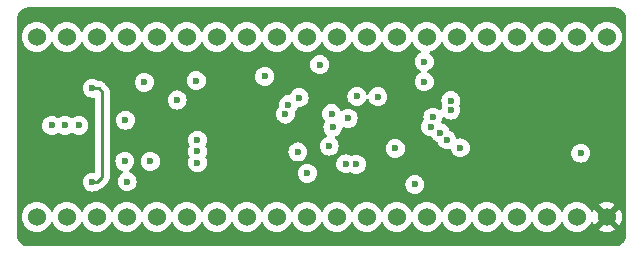
<source format=gbr>
%TF.GenerationSoftware,KiCad,Pcbnew,7.0.2*%
%TF.CreationDate,2023-06-20T04:44:57+07:00*%
%TF.ProjectId,STM32L431RCT6_prototype_board,53544d33-324c-4343-9331-524354365f70,rev?*%
%TF.SameCoordinates,Original*%
%TF.FileFunction,Copper,L2,Inr*%
%TF.FilePolarity,Positive*%
%FSLAX46Y46*%
G04 Gerber Fmt 4.6, Leading zero omitted, Abs format (unit mm)*
G04 Created by KiCad (PCBNEW 7.0.2) date 2023-06-20 04:44:57*
%MOMM*%
%LPD*%
G01*
G04 APERTURE LIST*
%TA.AperFunction,ComponentPad*%
%ADD10C,1.524000*%
%TD*%
%TA.AperFunction,ViaPad*%
%ADD11C,0.600000*%
%TD*%
%TA.AperFunction,Conductor*%
%ADD12C,0.250000*%
%TD*%
G04 APERTURE END LIST*
D10*
%TO.N,unconnected-(J2-Pin_1-Pad1)*%
%TO.C,J2*%
X159000000Y-70000000D03*
%TO.N,unconnected-(J2-Pin_2-Pad2)*%
X161540000Y-70000000D03*
%TO.N,PA0*%
X164080000Y-70000000D03*
%TO.N,PA1*%
X166620000Y-70000000D03*
%TO.N,PA2*%
X169160000Y-70000000D03*
%TO.N,PA3*%
X171700000Y-70000000D03*
%TO.N,PA4*%
X174240000Y-70000000D03*
%TO.N,PA5*%
X176780000Y-70000000D03*
%TO.N,PA6*%
X179320000Y-70000000D03*
%TO.N,PA7*%
X181860000Y-70000000D03*
%TO.N,PB0*%
X184400000Y-70000000D03*
%TO.N,PB1*%
X186940000Y-70000000D03*
%TO.N,PB2*%
X189480000Y-70000000D03*
%TO.N,PB10*%
X192020000Y-70000000D03*
%TO.N,PB11*%
X194560000Y-70000000D03*
%TO.N,PB12*%
X197100000Y-70000000D03*
%TO.N,PB13*%
X199640000Y-70000000D03*
%TO.N,PB14*%
X202180000Y-70000000D03*
%TO.N,PB15*%
X204720000Y-70000000D03*
%TO.N,GND*%
X207260000Y-70000000D03*
%TO.N,unconnected-(J2-Pin_21-Pad21)*%
X207260000Y-54760000D03*
%TO.N,BOOT0*%
X204720000Y-54760000D03*
%TO.N,PA8*%
X202180000Y-54760000D03*
%TO.N,PA9*%
X199640000Y-54760000D03*
%TO.N,PA10*%
X197100000Y-54760000D03*
%TO.N,PA11*%
X194560000Y-54760000D03*
%TO.N,PA12*%
X192020000Y-54760000D03*
%TO.N,PA15*%
X189480000Y-54760000D03*
%TO.N,PB4*%
X186940000Y-54760000D03*
%TO.N,PB5*%
X184400000Y-54760000D03*
%TO.N,PB6*%
X181860000Y-54760000D03*
%TO.N,PB7*%
X179320000Y-54760000D03*
%TO.N,PB8*%
X176780000Y-54760000D03*
%TO.N,PB9*%
X174240000Y-54760000D03*
%TO.N,PC14*%
X171700000Y-54760000D03*
%TO.N,PC15*%
X169160000Y-54760000D03*
%TO.N,+3V3*%
X166620000Y-54760000D03*
%TO.N,NRST*%
X164080000Y-54760000D03*
%TO.N,unconnected-(J2-Pin_39-Pad39)*%
X161540000Y-54760000D03*
%TO.N,+5V*%
X159000000Y-54760000D03*
%TD*%
D11*
%TO.N,GND*%
X193375000Y-58575000D03*
X187700000Y-65050000D03*
X193800000Y-67250000D03*
X187450000Y-63550000D03*
X188750000Y-62650000D03*
X172500000Y-61700000D03*
X169450000Y-58900000D03*
X175050000Y-56850000D03*
X163400000Y-64350000D03*
X185300000Y-63850000D03*
X186950000Y-60700000D03*
X183900000Y-65450000D03*
X205000000Y-62000000D03*
X184300500Y-59610893D03*
%TO.N,+3V3*%
X182950000Y-57100000D03*
X205050000Y-64600000D03*
X172600000Y-65400000D03*
X172500000Y-58450000D03*
X191800000Y-58550000D03*
X172600000Y-63500000D03*
X168100000Y-58600000D03*
X172600000Y-64450000D03*
X191000000Y-67250000D03*
%TO.N,NRST*%
X184055849Y-62404523D03*
X166650000Y-67000000D03*
X163700000Y-59100000D03*
X163700000Y-67050000D03*
X194050000Y-60950000D03*
%TO.N,/+5.0V*%
X166500000Y-61800000D03*
X168600000Y-65300000D03*
X160250000Y-62250000D03*
X161400000Y-62250000D03*
X162550000Y-62250000D03*
%TO.N,Net-(U2-FB)*%
X166449500Y-65290215D03*
X170875000Y-60100000D03*
%TO.N,BOOT0*%
X191800000Y-56850000D03*
X186100000Y-59800000D03*
%TO.N,SYS_JTDO-SWO*%
X194050000Y-60150000D03*
X187864092Y-59814092D03*
%TO.N,SYS_JTCK-SWCLK*%
X194850000Y-64150000D03*
X189350000Y-64200000D03*
%TO.N,HEART_BEAT*%
X181200000Y-59900000D03*
X178287500Y-58100000D03*
%TO.N,PC15*%
X180050000Y-61288000D03*
%TO.N,PC14*%
X180300000Y-60500000D03*
%TO.N,PB8*%
X185350000Y-61650000D03*
%TO.N,PB9*%
X183950000Y-61250000D03*
%TO.N,PA0*%
X181100000Y-64500000D03*
%TO.N,PA1*%
X183750000Y-64000000D03*
%TO.N,PA2*%
X181900000Y-66300000D03*
%TO.N,PA6*%
X185150000Y-65500000D03*
%TO.N,PA7*%
X186050000Y-65550000D03*
%TO.N,PA8*%
X193703497Y-63474632D03*
%TO.N,PA9*%
X193150000Y-62875132D03*
%TO.N,PA10*%
X192337772Y-62350481D03*
%TO.N,PA11*%
X192530276Y-61574500D03*
%TD*%
D12*
%TO.N,NRST*%
X164550000Y-59400000D02*
X164550000Y-66600000D01*
X164100000Y-67050000D02*
X163700000Y-67050000D01*
X164250000Y-59100000D02*
X164550000Y-59400000D01*
X163700000Y-59100000D02*
X164250000Y-59100000D01*
X164550000Y-66600000D02*
X164100000Y-67050000D01*
%TD*%
%TA.AperFunction,Conductor*%
%TO.N,GND*%
G36*
X207903139Y-52250835D02*
G01*
X207907548Y-52251160D01*
X207945490Y-52254479D01*
X208043081Y-52264092D01*
X208049071Y-52264831D01*
X208088605Y-52270695D01*
X208100525Y-52273067D01*
X208109181Y-52275235D01*
X208109558Y-52275330D01*
X208156514Y-52287911D01*
X208160170Y-52288957D01*
X208232640Y-52310940D01*
X208238404Y-52312844D01*
X208245204Y-52315276D01*
X208266848Y-52323020D01*
X208277440Y-52327373D01*
X208330148Y-52351951D01*
X208333856Y-52353681D01*
X208339901Y-52356704D01*
X208409466Y-52393887D01*
X208414729Y-52396868D01*
X208430514Y-52406329D01*
X208437878Y-52411106D01*
X208461017Y-52427308D01*
X208492902Y-52449634D01*
X208500426Y-52455343D01*
X208540181Y-52487968D01*
X208566688Y-52509723D01*
X208571290Y-52513693D01*
X208574682Y-52516767D01*
X208579095Y-52520968D01*
X208629021Y-52570894D01*
X208633223Y-52575307D01*
X208636316Y-52578720D01*
X208640286Y-52583323D01*
X208694647Y-52649562D01*
X208700368Y-52657103D01*
X208738890Y-52712117D01*
X208743670Y-52719486D01*
X208753128Y-52735266D01*
X208756107Y-52740524D01*
X208788014Y-52800217D01*
X208793295Y-52810097D01*
X208796317Y-52816143D01*
X208822616Y-52872539D01*
X208826984Y-52883166D01*
X208826987Y-52883174D01*
X208826988Y-52883175D01*
X208837146Y-52911568D01*
X208839054Y-52917342D01*
X208861018Y-52989747D01*
X208862132Y-52993651D01*
X208874669Y-53040442D01*
X208874896Y-53041346D01*
X208876983Y-53049680D01*
X208879293Y-53061326D01*
X208885165Y-53100909D01*
X208885910Y-53106950D01*
X208895525Y-53204568D01*
X208898836Y-53242419D01*
X208899185Y-53247146D01*
X208899500Y-53255898D01*
X208899500Y-71494014D01*
X208899163Y-71503149D01*
X208898834Y-71507603D01*
X208895522Y-71545468D01*
X208885910Y-71643053D01*
X208885166Y-71649086D01*
X208879305Y-71688593D01*
X208876932Y-71700521D01*
X208874672Y-71709545D01*
X208862125Y-71756376D01*
X208861022Y-71760239D01*
X208839059Y-71832643D01*
X208837149Y-71838424D01*
X208826984Y-71866832D01*
X208822615Y-71877462D01*
X208796321Y-71933848D01*
X208793298Y-71939894D01*
X208756118Y-72009454D01*
X208753117Y-72014752D01*
X208743673Y-72030508D01*
X208738890Y-72037882D01*
X208700370Y-72092894D01*
X208694649Y-72100434D01*
X208640273Y-72166692D01*
X208636293Y-72171305D01*
X208633232Y-72174682D01*
X208629039Y-72179086D01*
X208579086Y-72229039D01*
X208574682Y-72233232D01*
X208571305Y-72236293D01*
X208566692Y-72240273D01*
X208500434Y-72294649D01*
X208492894Y-72300370D01*
X208437882Y-72338890D01*
X208430508Y-72343673D01*
X208414752Y-72353117D01*
X208409454Y-72356118D01*
X208339894Y-72393298D01*
X208333848Y-72396321D01*
X208277462Y-72422615D01*
X208266832Y-72426984D01*
X208238424Y-72437149D01*
X208232641Y-72439059D01*
X208160257Y-72461015D01*
X208156358Y-72462129D01*
X208109559Y-72474669D01*
X208108924Y-72474828D01*
X208100319Y-72476983D01*
X208088668Y-72479294D01*
X208049088Y-72485165D01*
X208043049Y-72485910D01*
X207945431Y-72495525D01*
X207907580Y-72498836D01*
X207907204Y-72498864D01*
X207902854Y-72499185D01*
X207894101Y-72499500D01*
X158305984Y-72499500D01*
X158296849Y-72499163D01*
X158292395Y-72498834D01*
X158254580Y-72495526D01*
X158193210Y-72489482D01*
X158156946Y-72485910D01*
X158150913Y-72485166D01*
X158111400Y-72479304D01*
X158099472Y-72476931D01*
X158090452Y-72474672D01*
X158062140Y-72467086D01*
X158043613Y-72462122D01*
X158039769Y-72461024D01*
X157967343Y-72439054D01*
X157961568Y-72437146D01*
X157949147Y-72432702D01*
X157933166Y-72426984D01*
X157922539Y-72422616D01*
X157866143Y-72396317D01*
X157860097Y-72393295D01*
X157850217Y-72388014D01*
X157790524Y-72356107D01*
X157785266Y-72353128D01*
X157769486Y-72343670D01*
X157762117Y-72338890D01*
X157707103Y-72300368D01*
X157699562Y-72294647D01*
X157633323Y-72240286D01*
X157628720Y-72236316D01*
X157625307Y-72233223D01*
X157620894Y-72229021D01*
X157570968Y-72179095D01*
X157566767Y-72174682D01*
X157563693Y-72171290D01*
X157559723Y-72166688D01*
X157537968Y-72140181D01*
X157505343Y-72100426D01*
X157499628Y-72092894D01*
X157478216Y-72062315D01*
X157461106Y-72037878D01*
X157456325Y-72030507D01*
X157446868Y-72014729D01*
X157443881Y-72009455D01*
X157443880Y-72009454D01*
X157406700Y-71939894D01*
X157403681Y-71933856D01*
X157399292Y-71924445D01*
X157377373Y-71877440D01*
X157373020Y-71866848D01*
X157362844Y-71838404D01*
X157360938Y-71832634D01*
X157338962Y-71760187D01*
X157337897Y-71756459D01*
X157325322Y-71709530D01*
X157323012Y-71700304D01*
X157320706Y-71688674D01*
X157314834Y-71649091D01*
X157314089Y-71643056D01*
X157304475Y-71545438D01*
X157301163Y-71507588D01*
X157300811Y-71502813D01*
X157300500Y-71494109D01*
X157300500Y-70000000D01*
X157732676Y-70000000D01*
X157751929Y-70220065D01*
X157809106Y-70433451D01*
X157902347Y-70633406D01*
X157902466Y-70633662D01*
X158029174Y-70814620D01*
X158185380Y-70970826D01*
X158366338Y-71097534D01*
X158566550Y-71190894D01*
X158779932Y-71248070D01*
X159000000Y-71267323D01*
X159220068Y-71248070D01*
X159433450Y-71190894D01*
X159633662Y-71097534D01*
X159814620Y-70970826D01*
X159970826Y-70814620D01*
X160097534Y-70633662D01*
X160155185Y-70510027D01*
X160157618Y-70504811D01*
X160203790Y-70452372D01*
X160270984Y-70433220D01*
X160337865Y-70453436D01*
X160382382Y-70504811D01*
X160442347Y-70633406D01*
X160442466Y-70633662D01*
X160569174Y-70814620D01*
X160725380Y-70970826D01*
X160906338Y-71097534D01*
X161106550Y-71190894D01*
X161319932Y-71248070D01*
X161466644Y-71260905D01*
X161539999Y-71267323D01*
X161539999Y-71267322D01*
X161540000Y-71267323D01*
X161760068Y-71248070D01*
X161973450Y-71190894D01*
X162173662Y-71097534D01*
X162354620Y-70970826D01*
X162510826Y-70814620D01*
X162637534Y-70633662D01*
X162695185Y-70510027D01*
X162697618Y-70504811D01*
X162743790Y-70452372D01*
X162810984Y-70433220D01*
X162877865Y-70453436D01*
X162922382Y-70504811D01*
X162982347Y-70633406D01*
X162982466Y-70633662D01*
X163109174Y-70814620D01*
X163265380Y-70970826D01*
X163446338Y-71097534D01*
X163646550Y-71190894D01*
X163859932Y-71248070D01*
X164080000Y-71267323D01*
X164300068Y-71248070D01*
X164513450Y-71190894D01*
X164713662Y-71097534D01*
X164894620Y-70970826D01*
X165050826Y-70814620D01*
X165177534Y-70633662D01*
X165235185Y-70510027D01*
X165237618Y-70504811D01*
X165283790Y-70452372D01*
X165350984Y-70433220D01*
X165417865Y-70453436D01*
X165462382Y-70504811D01*
X165522347Y-70633406D01*
X165522466Y-70633662D01*
X165649174Y-70814620D01*
X165805380Y-70970826D01*
X165986338Y-71097534D01*
X166186550Y-71190894D01*
X166399932Y-71248070D01*
X166620000Y-71267323D01*
X166840068Y-71248070D01*
X167053450Y-71190894D01*
X167253662Y-71097534D01*
X167434620Y-70970826D01*
X167590826Y-70814620D01*
X167717534Y-70633662D01*
X167775185Y-70510027D01*
X167777618Y-70504811D01*
X167823790Y-70452372D01*
X167890984Y-70433220D01*
X167957865Y-70453436D01*
X168002382Y-70504811D01*
X168062347Y-70633406D01*
X168062466Y-70633662D01*
X168189174Y-70814620D01*
X168345380Y-70970826D01*
X168526338Y-71097534D01*
X168726550Y-71190894D01*
X168939932Y-71248070D01*
X169160000Y-71267323D01*
X169380068Y-71248070D01*
X169593450Y-71190894D01*
X169793662Y-71097534D01*
X169974620Y-70970826D01*
X170130826Y-70814620D01*
X170257534Y-70633662D01*
X170315185Y-70510027D01*
X170317618Y-70504811D01*
X170363790Y-70452372D01*
X170430984Y-70433220D01*
X170497865Y-70453436D01*
X170542382Y-70504811D01*
X170602347Y-70633406D01*
X170602466Y-70633662D01*
X170729174Y-70814620D01*
X170885380Y-70970826D01*
X171066338Y-71097534D01*
X171266550Y-71190894D01*
X171479932Y-71248070D01*
X171626644Y-71260905D01*
X171699999Y-71267323D01*
X171699999Y-71267322D01*
X171700000Y-71267323D01*
X171920068Y-71248070D01*
X172133450Y-71190894D01*
X172333662Y-71097534D01*
X172514620Y-70970826D01*
X172670826Y-70814620D01*
X172797534Y-70633662D01*
X172855185Y-70510027D01*
X172857618Y-70504811D01*
X172903790Y-70452372D01*
X172970984Y-70433220D01*
X173037865Y-70453436D01*
X173082382Y-70504811D01*
X173142347Y-70633406D01*
X173142466Y-70633662D01*
X173269174Y-70814620D01*
X173425380Y-70970826D01*
X173606338Y-71097534D01*
X173806550Y-71190894D01*
X174019932Y-71248070D01*
X174240000Y-71267323D01*
X174460068Y-71248070D01*
X174673450Y-71190894D01*
X174873662Y-71097534D01*
X175054620Y-70970826D01*
X175210826Y-70814620D01*
X175337534Y-70633662D01*
X175395185Y-70510027D01*
X175397618Y-70504811D01*
X175443790Y-70452372D01*
X175510984Y-70433220D01*
X175577865Y-70453436D01*
X175622382Y-70504811D01*
X175682347Y-70633406D01*
X175682466Y-70633662D01*
X175809174Y-70814620D01*
X175965380Y-70970826D01*
X176146338Y-71097534D01*
X176346550Y-71190894D01*
X176559932Y-71248070D01*
X176780000Y-71267323D01*
X177000068Y-71248070D01*
X177213450Y-71190894D01*
X177413662Y-71097534D01*
X177594620Y-70970826D01*
X177750826Y-70814620D01*
X177877534Y-70633662D01*
X177935185Y-70510027D01*
X177937618Y-70504811D01*
X177983790Y-70452372D01*
X178050984Y-70433220D01*
X178117865Y-70453436D01*
X178162382Y-70504811D01*
X178222347Y-70633406D01*
X178222466Y-70633662D01*
X178349174Y-70814620D01*
X178505380Y-70970826D01*
X178686338Y-71097534D01*
X178886550Y-71190894D01*
X179099932Y-71248070D01*
X179320000Y-71267323D01*
X179540068Y-71248070D01*
X179753450Y-71190894D01*
X179953662Y-71097534D01*
X180134620Y-70970826D01*
X180290826Y-70814620D01*
X180417534Y-70633662D01*
X180477618Y-70504810D01*
X180523789Y-70452372D01*
X180590982Y-70433220D01*
X180657863Y-70453435D01*
X180702381Y-70504811D01*
X180762347Y-70633406D01*
X180762466Y-70633662D01*
X180889174Y-70814620D01*
X181045380Y-70970826D01*
X181226338Y-71097534D01*
X181426550Y-71190894D01*
X181639932Y-71248070D01*
X181786643Y-71260905D01*
X181859999Y-71267323D01*
X181859999Y-71267322D01*
X181860000Y-71267323D01*
X182080068Y-71248070D01*
X182293450Y-71190894D01*
X182493662Y-71097534D01*
X182674620Y-70970826D01*
X182830826Y-70814620D01*
X182957534Y-70633662D01*
X183015185Y-70510027D01*
X183017618Y-70504811D01*
X183063790Y-70452372D01*
X183130984Y-70433220D01*
X183197865Y-70453436D01*
X183242382Y-70504811D01*
X183302347Y-70633406D01*
X183302466Y-70633662D01*
X183429174Y-70814620D01*
X183585380Y-70970826D01*
X183766338Y-71097534D01*
X183966550Y-71190894D01*
X184179932Y-71248070D01*
X184400000Y-71267323D01*
X184620068Y-71248070D01*
X184833450Y-71190894D01*
X185033662Y-71097534D01*
X185214620Y-70970826D01*
X185370826Y-70814620D01*
X185497534Y-70633662D01*
X185555185Y-70510027D01*
X185557618Y-70504811D01*
X185603790Y-70452372D01*
X185670984Y-70433220D01*
X185737865Y-70453436D01*
X185782382Y-70504811D01*
X185842347Y-70633406D01*
X185842466Y-70633662D01*
X185969174Y-70814620D01*
X186125380Y-70970826D01*
X186306338Y-71097534D01*
X186506550Y-71190894D01*
X186719932Y-71248070D01*
X186940000Y-71267323D01*
X187160068Y-71248070D01*
X187373450Y-71190894D01*
X187573662Y-71097534D01*
X187754620Y-70970826D01*
X187910826Y-70814620D01*
X188037534Y-70633662D01*
X188095185Y-70510027D01*
X188097618Y-70504811D01*
X188143790Y-70452372D01*
X188210984Y-70433220D01*
X188277865Y-70453436D01*
X188322382Y-70504811D01*
X188382347Y-70633406D01*
X188382466Y-70633662D01*
X188509174Y-70814620D01*
X188665380Y-70970826D01*
X188846338Y-71097534D01*
X189046550Y-71190894D01*
X189259932Y-71248070D01*
X189480000Y-71267323D01*
X189700068Y-71248070D01*
X189913450Y-71190894D01*
X190113662Y-71097534D01*
X190294620Y-70970826D01*
X190450826Y-70814620D01*
X190577534Y-70633662D01*
X190637618Y-70504810D01*
X190683789Y-70452372D01*
X190750982Y-70433220D01*
X190817863Y-70453435D01*
X190862381Y-70504811D01*
X190922347Y-70633406D01*
X190922466Y-70633662D01*
X191049174Y-70814620D01*
X191205380Y-70970826D01*
X191386338Y-71097534D01*
X191586550Y-71190894D01*
X191799932Y-71248070D01*
X191946643Y-71260905D01*
X192019999Y-71267323D01*
X192019999Y-71267322D01*
X192020000Y-71267323D01*
X192240068Y-71248070D01*
X192453450Y-71190894D01*
X192653662Y-71097534D01*
X192834620Y-70970826D01*
X192990826Y-70814620D01*
X193117534Y-70633662D01*
X193175185Y-70510027D01*
X193177618Y-70504811D01*
X193223790Y-70452372D01*
X193290984Y-70433220D01*
X193357865Y-70453436D01*
X193402382Y-70504811D01*
X193462347Y-70633406D01*
X193462466Y-70633662D01*
X193589174Y-70814620D01*
X193745380Y-70970826D01*
X193926338Y-71097534D01*
X194126550Y-71190894D01*
X194339932Y-71248070D01*
X194560000Y-71267323D01*
X194780068Y-71248070D01*
X194993450Y-71190894D01*
X195193662Y-71097534D01*
X195374620Y-70970826D01*
X195530826Y-70814620D01*
X195657534Y-70633662D01*
X195715185Y-70510027D01*
X195717618Y-70504811D01*
X195763790Y-70452372D01*
X195830984Y-70433220D01*
X195897865Y-70453436D01*
X195942382Y-70504811D01*
X196002347Y-70633406D01*
X196002466Y-70633662D01*
X196129174Y-70814620D01*
X196285380Y-70970826D01*
X196466338Y-71097534D01*
X196666550Y-71190894D01*
X196879932Y-71248070D01*
X197100000Y-71267323D01*
X197320068Y-71248070D01*
X197533450Y-71190894D01*
X197733662Y-71097534D01*
X197914620Y-70970826D01*
X198070826Y-70814620D01*
X198197534Y-70633662D01*
X198255185Y-70510027D01*
X198257618Y-70504811D01*
X198303790Y-70452372D01*
X198370984Y-70433220D01*
X198437865Y-70453436D01*
X198482382Y-70504811D01*
X198542347Y-70633406D01*
X198542466Y-70633662D01*
X198669174Y-70814620D01*
X198825380Y-70970826D01*
X199006338Y-71097534D01*
X199206550Y-71190894D01*
X199419932Y-71248070D01*
X199640000Y-71267323D01*
X199860068Y-71248070D01*
X200073450Y-71190894D01*
X200273662Y-71097534D01*
X200454620Y-70970826D01*
X200610826Y-70814620D01*
X200737534Y-70633662D01*
X200797618Y-70504810D01*
X200843789Y-70452372D01*
X200910982Y-70433220D01*
X200977863Y-70453435D01*
X201022381Y-70504811D01*
X201082347Y-70633406D01*
X201082466Y-70633662D01*
X201209174Y-70814620D01*
X201365380Y-70970826D01*
X201546338Y-71097534D01*
X201746550Y-71190894D01*
X201959932Y-71248070D01*
X202106644Y-71260905D01*
X202179999Y-71267323D01*
X202179999Y-71267322D01*
X202180000Y-71267323D01*
X202400068Y-71248070D01*
X202613450Y-71190894D01*
X202813662Y-71097534D01*
X202994620Y-70970826D01*
X203150826Y-70814620D01*
X203277534Y-70633662D01*
X203335185Y-70510027D01*
X203337618Y-70504811D01*
X203383790Y-70452372D01*
X203450984Y-70433220D01*
X203517865Y-70453436D01*
X203562382Y-70504811D01*
X203622347Y-70633406D01*
X203622466Y-70633662D01*
X203749174Y-70814620D01*
X203905380Y-70970826D01*
X204086338Y-71097534D01*
X204286550Y-71190894D01*
X204499932Y-71248070D01*
X204720000Y-71267323D01*
X204940068Y-71248070D01*
X205153450Y-71190894D01*
X205353662Y-71097534D01*
X205534620Y-70970826D01*
X205690826Y-70814620D01*
X205817534Y-70633662D01*
X205877894Y-70504218D01*
X205924066Y-70451779D01*
X205991259Y-70432627D01*
X206058141Y-70452842D01*
X206102658Y-70504219D01*
X206162898Y-70633406D01*
X206208258Y-70698187D01*
X206875096Y-70031349D01*
X206875051Y-70031898D01*
X206906266Y-70155162D01*
X206975813Y-70261612D01*
X207076157Y-70339713D01*
X207196422Y-70381000D01*
X207232553Y-70381000D01*
X206561812Y-71051740D01*
X206626593Y-71097101D01*
X206826718Y-71190420D01*
X207040021Y-71247575D01*
X207260000Y-71266821D01*
X207479978Y-71247575D01*
X207693281Y-71190420D01*
X207893408Y-71097100D01*
X207958187Y-71051740D01*
X207287448Y-70381000D01*
X207291569Y-70381000D01*
X207385421Y-70365339D01*
X207497251Y-70304820D01*
X207583371Y-70211269D01*
X207634448Y-70094823D01*
X207640105Y-70026552D01*
X208311740Y-70698186D01*
X208357100Y-70633408D01*
X208450420Y-70433281D01*
X208507575Y-70219978D01*
X208526821Y-70000000D01*
X208507575Y-69780021D01*
X208450421Y-69566720D01*
X208357098Y-69366589D01*
X208311740Y-69301811D01*
X207644903Y-69968648D01*
X207644949Y-69968102D01*
X207613734Y-69844838D01*
X207544187Y-69738388D01*
X207443843Y-69660287D01*
X207323578Y-69619000D01*
X207287447Y-69619000D01*
X207958187Y-68948258D01*
X207893406Y-68902898D01*
X207693281Y-68809579D01*
X207479978Y-68752424D01*
X207260000Y-68733178D01*
X207040021Y-68752424D01*
X206826719Y-68809578D01*
X206626589Y-68902900D01*
X206561812Y-68948258D01*
X206561811Y-68948258D01*
X207232554Y-69619000D01*
X207228431Y-69619000D01*
X207134579Y-69634661D01*
X207022749Y-69695180D01*
X206936629Y-69788731D01*
X206885552Y-69905177D01*
X206879894Y-69973447D01*
X206208258Y-69301811D01*
X206208258Y-69301812D01*
X206162900Y-69366590D01*
X206102657Y-69495781D01*
X206056484Y-69548220D01*
X205989291Y-69567372D01*
X205922409Y-69547156D01*
X205877893Y-69495780D01*
X205877617Y-69495189D01*
X205817534Y-69366339D01*
X205690826Y-69185380D01*
X205534620Y-69029174D01*
X205353662Y-68902466D01*
X205353661Y-68902466D01*
X205153451Y-68809106D01*
X204940065Y-68751929D01*
X204720000Y-68732676D01*
X204499934Y-68751929D01*
X204286548Y-68809106D01*
X204086338Y-68902466D01*
X203905379Y-69029174D01*
X203749174Y-69185379D01*
X203622467Y-69366336D01*
X203562381Y-69495190D01*
X203516208Y-69547629D01*
X203449014Y-69566780D01*
X203382133Y-69546564D01*
X203337617Y-69495188D01*
X203277534Y-69366339D01*
X203150825Y-69185379D01*
X202994620Y-69029174D01*
X202813662Y-68902466D01*
X202613451Y-68809106D01*
X202400065Y-68751929D01*
X202180000Y-68732676D01*
X201959934Y-68751929D01*
X201746548Y-68809106D01*
X201546338Y-68902466D01*
X201365379Y-69029174D01*
X201209174Y-69185379D01*
X201082466Y-69366338D01*
X201022382Y-69495189D01*
X200976209Y-69547628D01*
X200909016Y-69566780D01*
X200842135Y-69546564D01*
X200797618Y-69495189D01*
X200737651Y-69366590D01*
X200737534Y-69366339D01*
X200610826Y-69185380D01*
X200454620Y-69029174D01*
X200273662Y-68902466D01*
X200273661Y-68902466D01*
X200073451Y-68809106D01*
X199860065Y-68751929D01*
X199640000Y-68732676D01*
X199419934Y-68751929D01*
X199206548Y-68809106D01*
X199006338Y-68902466D01*
X198825379Y-69029174D01*
X198669174Y-69185379D01*
X198542466Y-69366338D01*
X198482382Y-69495189D01*
X198436209Y-69547628D01*
X198369016Y-69566780D01*
X198302135Y-69546564D01*
X198257618Y-69495189D01*
X198197651Y-69366590D01*
X198197534Y-69366339D01*
X198070826Y-69185380D01*
X197914620Y-69029174D01*
X197733662Y-68902466D01*
X197733661Y-68902466D01*
X197533451Y-68809106D01*
X197320065Y-68751929D01*
X197099999Y-68732676D01*
X196879934Y-68751929D01*
X196666548Y-68809106D01*
X196466338Y-68902466D01*
X196285379Y-69029174D01*
X196129174Y-69185379D01*
X196002466Y-69366338D01*
X195942382Y-69495189D01*
X195896209Y-69547628D01*
X195829016Y-69566780D01*
X195762135Y-69546564D01*
X195717618Y-69495189D01*
X195657651Y-69366590D01*
X195657534Y-69366339D01*
X195530826Y-69185380D01*
X195374620Y-69029174D01*
X195193662Y-68902466D01*
X195193661Y-68902466D01*
X194993451Y-68809106D01*
X194780065Y-68751929D01*
X194560000Y-68732676D01*
X194339934Y-68751929D01*
X194126548Y-68809106D01*
X193926338Y-68902466D01*
X193745379Y-69029174D01*
X193589174Y-69185379D01*
X193462466Y-69366338D01*
X193402382Y-69495189D01*
X193356209Y-69547628D01*
X193289016Y-69566780D01*
X193222135Y-69546564D01*
X193177618Y-69495189D01*
X193117651Y-69366590D01*
X193117534Y-69366339D01*
X192990826Y-69185380D01*
X192834620Y-69029174D01*
X192653662Y-68902466D01*
X192653661Y-68902466D01*
X192453451Y-68809106D01*
X192240065Y-68751929D01*
X192020000Y-68732676D01*
X191799934Y-68751929D01*
X191586548Y-68809106D01*
X191386338Y-68902466D01*
X191205379Y-69029174D01*
X191049174Y-69185379D01*
X190922466Y-69366338D01*
X190862382Y-69495189D01*
X190816209Y-69547628D01*
X190749016Y-69566780D01*
X190682135Y-69546564D01*
X190637618Y-69495189D01*
X190577651Y-69366590D01*
X190577534Y-69366339D01*
X190450826Y-69185380D01*
X190294620Y-69029174D01*
X190113662Y-68902466D01*
X190113661Y-68902466D01*
X189913451Y-68809106D01*
X189700065Y-68751929D01*
X189480000Y-68732676D01*
X189259934Y-68751929D01*
X189046548Y-68809106D01*
X188846338Y-68902466D01*
X188665379Y-69029174D01*
X188509174Y-69185379D01*
X188382466Y-69366338D01*
X188322382Y-69495189D01*
X188276209Y-69547628D01*
X188209016Y-69566780D01*
X188142135Y-69546564D01*
X188097618Y-69495189D01*
X188037651Y-69366590D01*
X188037534Y-69366339D01*
X187910826Y-69185380D01*
X187754620Y-69029174D01*
X187573662Y-68902466D01*
X187573661Y-68902466D01*
X187373451Y-68809106D01*
X187160065Y-68751929D01*
X186939999Y-68732676D01*
X186719934Y-68751929D01*
X186506548Y-68809106D01*
X186306338Y-68902466D01*
X186125379Y-69029174D01*
X185969174Y-69185379D01*
X185842466Y-69366338D01*
X185782382Y-69495189D01*
X185736209Y-69547628D01*
X185669016Y-69566780D01*
X185602135Y-69546564D01*
X185557618Y-69495189D01*
X185497651Y-69366590D01*
X185497534Y-69366339D01*
X185370826Y-69185380D01*
X185214620Y-69029174D01*
X185033662Y-68902466D01*
X185033661Y-68902466D01*
X184833451Y-68809106D01*
X184620065Y-68751929D01*
X184400000Y-68732676D01*
X184179934Y-68751929D01*
X183966548Y-68809106D01*
X183766338Y-68902466D01*
X183585379Y-69029174D01*
X183429174Y-69185379D01*
X183302467Y-69366336D01*
X183242381Y-69495190D01*
X183196208Y-69547629D01*
X183129014Y-69566780D01*
X183062133Y-69546564D01*
X183017617Y-69495188D01*
X182957534Y-69366339D01*
X182830825Y-69185379D01*
X182674620Y-69029174D01*
X182493662Y-68902466D01*
X182293451Y-68809106D01*
X182080065Y-68751929D01*
X181860000Y-68732676D01*
X181639934Y-68751929D01*
X181426548Y-68809106D01*
X181226338Y-68902466D01*
X181045379Y-69029174D01*
X180889174Y-69185379D01*
X180762466Y-69366338D01*
X180702382Y-69495189D01*
X180656209Y-69547628D01*
X180589016Y-69566780D01*
X180522135Y-69546564D01*
X180477618Y-69495189D01*
X180417651Y-69366590D01*
X180417534Y-69366339D01*
X180290826Y-69185380D01*
X180134620Y-69029174D01*
X179953662Y-68902466D01*
X179953661Y-68902466D01*
X179753451Y-68809106D01*
X179540065Y-68751929D01*
X179320000Y-68732676D01*
X179099934Y-68751929D01*
X178886548Y-68809106D01*
X178686338Y-68902466D01*
X178505379Y-69029174D01*
X178349174Y-69185379D01*
X178222466Y-69366338D01*
X178162382Y-69495189D01*
X178116209Y-69547628D01*
X178049016Y-69566780D01*
X177982135Y-69546564D01*
X177937618Y-69495189D01*
X177877651Y-69366590D01*
X177877534Y-69366339D01*
X177750826Y-69185380D01*
X177594620Y-69029174D01*
X177413662Y-68902466D01*
X177413661Y-68902466D01*
X177213451Y-68809106D01*
X177000065Y-68751929D01*
X176779999Y-68732676D01*
X176559934Y-68751929D01*
X176346548Y-68809106D01*
X176146338Y-68902466D01*
X175965379Y-69029174D01*
X175809174Y-69185379D01*
X175682466Y-69366338D01*
X175622382Y-69495189D01*
X175576209Y-69547628D01*
X175509016Y-69566780D01*
X175442135Y-69546564D01*
X175397618Y-69495189D01*
X175337651Y-69366590D01*
X175337534Y-69366339D01*
X175210826Y-69185380D01*
X175054620Y-69029174D01*
X174873662Y-68902466D01*
X174873661Y-68902466D01*
X174673451Y-68809106D01*
X174460065Y-68751929D01*
X174240000Y-68732676D01*
X174019934Y-68751929D01*
X173806548Y-68809106D01*
X173606338Y-68902466D01*
X173425379Y-69029174D01*
X173269174Y-69185379D01*
X173142466Y-69366338D01*
X173082382Y-69495189D01*
X173036209Y-69547628D01*
X172969016Y-69566780D01*
X172902135Y-69546564D01*
X172857618Y-69495189D01*
X172797651Y-69366590D01*
X172797534Y-69366339D01*
X172670826Y-69185380D01*
X172514620Y-69029174D01*
X172333662Y-68902466D01*
X172333661Y-68902466D01*
X172133451Y-68809106D01*
X171920065Y-68751929D01*
X171700000Y-68732676D01*
X171479934Y-68751929D01*
X171266548Y-68809106D01*
X171066338Y-68902466D01*
X170885379Y-69029174D01*
X170729174Y-69185379D01*
X170602466Y-69366338D01*
X170542382Y-69495189D01*
X170496209Y-69547628D01*
X170429016Y-69566780D01*
X170362135Y-69546564D01*
X170317618Y-69495189D01*
X170257651Y-69366590D01*
X170257534Y-69366339D01*
X170130826Y-69185380D01*
X169974620Y-69029174D01*
X169793662Y-68902466D01*
X169793661Y-68902466D01*
X169593451Y-68809106D01*
X169380065Y-68751929D01*
X169160000Y-68732676D01*
X168939934Y-68751929D01*
X168726548Y-68809106D01*
X168526338Y-68902466D01*
X168345379Y-69029174D01*
X168189174Y-69185379D01*
X168062466Y-69366338D01*
X168002382Y-69495189D01*
X167956209Y-69547628D01*
X167889016Y-69566780D01*
X167822135Y-69546564D01*
X167777618Y-69495189D01*
X167717651Y-69366590D01*
X167717534Y-69366339D01*
X167590826Y-69185380D01*
X167434620Y-69029174D01*
X167253662Y-68902466D01*
X167253661Y-68902466D01*
X167053451Y-68809106D01*
X166840065Y-68751929D01*
X166619999Y-68732676D01*
X166399934Y-68751929D01*
X166186548Y-68809106D01*
X165986338Y-68902466D01*
X165805379Y-69029174D01*
X165649174Y-69185379D01*
X165522466Y-69366338D01*
X165462382Y-69495189D01*
X165416209Y-69547628D01*
X165349016Y-69566780D01*
X165282135Y-69546564D01*
X165237618Y-69495189D01*
X165177651Y-69366590D01*
X165177534Y-69366339D01*
X165050826Y-69185380D01*
X164894620Y-69029174D01*
X164713662Y-68902466D01*
X164713661Y-68902466D01*
X164513451Y-68809106D01*
X164300065Y-68751929D01*
X164080000Y-68732676D01*
X163859934Y-68751929D01*
X163646548Y-68809106D01*
X163446338Y-68902466D01*
X163265379Y-69029174D01*
X163109174Y-69185379D01*
X162982466Y-69366338D01*
X162922382Y-69495189D01*
X162876209Y-69547628D01*
X162809016Y-69566780D01*
X162742135Y-69546564D01*
X162697618Y-69495189D01*
X162637651Y-69366590D01*
X162637534Y-69366339D01*
X162510826Y-69185380D01*
X162354620Y-69029174D01*
X162173662Y-68902466D01*
X161973451Y-68809106D01*
X161760065Y-68751929D01*
X161540000Y-68732676D01*
X161319934Y-68751929D01*
X161106548Y-68809106D01*
X160906338Y-68902466D01*
X160725379Y-69029174D01*
X160569174Y-69185379D01*
X160442466Y-69366338D01*
X160382382Y-69495189D01*
X160336209Y-69547628D01*
X160269016Y-69566780D01*
X160202135Y-69546564D01*
X160157618Y-69495189D01*
X160097651Y-69366590D01*
X160097534Y-69366339D01*
X159970826Y-69185380D01*
X159814620Y-69029174D01*
X159633662Y-68902466D01*
X159433451Y-68809106D01*
X159220065Y-68751929D01*
X159000000Y-68732676D01*
X158779934Y-68751929D01*
X158566548Y-68809106D01*
X158366338Y-68902466D01*
X158185379Y-69029174D01*
X158029174Y-69185379D01*
X157902466Y-69366338D01*
X157809106Y-69566548D01*
X157751929Y-69779934D01*
X157732676Y-70000000D01*
X157300500Y-70000000D01*
X157300500Y-67049999D01*
X162894434Y-67049999D01*
X162914631Y-67229251D01*
X162914631Y-67229253D01*
X162914632Y-67229255D01*
X162974211Y-67399522D01*
X162974212Y-67399523D01*
X163070185Y-67552264D01*
X163197735Y-67679814D01*
X163197737Y-67679815D01*
X163197738Y-67679816D01*
X163350478Y-67775789D01*
X163520745Y-67835368D01*
X163700000Y-67855565D01*
X163879255Y-67835368D01*
X164049522Y-67775789D01*
X164202262Y-67679816D01*
X164202265Y-67679812D01*
X164203466Y-67679058D01*
X164253904Y-67661028D01*
X164256792Y-67660664D01*
X164297407Y-67644582D01*
X164308444Y-67640803D01*
X164350390Y-67628618D01*
X164367629Y-67618422D01*
X164385102Y-67609862D01*
X164403732Y-67602486D01*
X164439064Y-67576814D01*
X164448830Y-67570400D01*
X164479497Y-67552264D01*
X164486420Y-67548170D01*
X164500585Y-67534004D01*
X164515373Y-67521373D01*
X164531587Y-67509594D01*
X164559438Y-67475926D01*
X164567279Y-67467309D01*
X164933786Y-67100802D01*
X164949881Y-67087910D01*
X164951873Y-67085788D01*
X164951877Y-67085786D01*
X164997949Y-67036723D01*
X165000534Y-67034055D01*
X165020120Y-67014471D01*
X165022585Y-67011292D01*
X165030167Y-67002416D01*
X165032436Y-67000000D01*
X165060062Y-66970582D01*
X165069717Y-66953018D01*
X165080394Y-66936764D01*
X165092673Y-66920936D01*
X165110018Y-66880852D01*
X165115160Y-66870356D01*
X165136197Y-66832092D01*
X165141179Y-66812684D01*
X165147481Y-66794280D01*
X165155437Y-66775896D01*
X165162269Y-66732752D01*
X165164633Y-66721338D01*
X165175500Y-66679019D01*
X165175500Y-66658983D01*
X165177027Y-66639584D01*
X165180160Y-66619804D01*
X165176050Y-66576324D01*
X165175500Y-66564655D01*
X165175500Y-65290215D01*
X165643934Y-65290215D01*
X165664131Y-65469466D01*
X165664131Y-65469468D01*
X165664132Y-65469470D01*
X165723711Y-65639737D01*
X165748542Y-65679255D01*
X165819685Y-65792479D01*
X165947235Y-65920029D01*
X165947237Y-65920030D01*
X165947238Y-65920031D01*
X166074183Y-65999796D01*
X166099980Y-66016005D01*
X166249667Y-66068383D01*
X166306443Y-66109104D01*
X166332190Y-66174057D01*
X166318734Y-66242619D01*
X166274684Y-66290418D01*
X166147736Y-66370184D01*
X166020185Y-66497735D01*
X165924811Y-66649523D01*
X165924211Y-66650478D01*
X165871099Y-66802264D01*
X165864631Y-66820748D01*
X165844434Y-67000000D01*
X165864631Y-67179251D01*
X165864631Y-67179253D01*
X165864632Y-67179255D01*
X165924211Y-67349522D01*
X165924212Y-67349523D01*
X166020185Y-67502264D01*
X166147735Y-67629814D01*
X166147737Y-67629815D01*
X166147738Y-67629816D01*
X166300478Y-67725789D01*
X166470745Y-67785368D01*
X166650000Y-67805565D01*
X166829255Y-67785368D01*
X166999522Y-67725789D01*
X167152262Y-67629816D01*
X167279816Y-67502262D01*
X167375789Y-67349522D01*
X167410613Y-67250000D01*
X190194434Y-67250000D01*
X190214631Y-67429251D01*
X190214631Y-67429253D01*
X190214632Y-67429255D01*
X190274211Y-67599522D01*
X190301174Y-67642433D01*
X190370185Y-67752264D01*
X190497735Y-67879814D01*
X190497737Y-67879815D01*
X190497738Y-67879816D01*
X190650478Y-67975789D01*
X190820745Y-68035368D01*
X190955186Y-68050515D01*
X190999999Y-68055565D01*
X190999999Y-68055564D01*
X191000000Y-68055565D01*
X191179255Y-68035368D01*
X191349522Y-67975789D01*
X191502262Y-67879816D01*
X191629816Y-67752262D01*
X191725789Y-67599522D01*
X191785368Y-67429255D01*
X191805565Y-67250000D01*
X191785368Y-67070745D01*
X191725789Y-66900478D01*
X191629816Y-66747738D01*
X191629815Y-66747737D01*
X191629814Y-66747735D01*
X191502264Y-66620185D01*
X191432459Y-66576324D01*
X191349522Y-66524211D01*
X191179255Y-66464632D01*
X191179253Y-66464631D01*
X191179251Y-66464631D01*
X191000000Y-66444434D01*
X190820748Y-66464631D01*
X190820745Y-66464631D01*
X190820745Y-66464632D01*
X190650478Y-66524211D01*
X190650476Y-66524211D01*
X190650476Y-66524212D01*
X190497735Y-66620185D01*
X190370185Y-66747735D01*
X190289913Y-66875488D01*
X190274211Y-66900478D01*
X190227012Y-67035364D01*
X190214631Y-67070748D01*
X190194434Y-67250000D01*
X167410613Y-67250000D01*
X167435368Y-67179255D01*
X167455565Y-67000000D01*
X167435368Y-66820745D01*
X167375789Y-66650478D01*
X167279816Y-66497738D01*
X167279815Y-66497737D01*
X167279814Y-66497735D01*
X167152264Y-66370185D01*
X167040565Y-66300000D01*
X181094434Y-66300000D01*
X181114631Y-66479251D01*
X181114631Y-66479253D01*
X181114632Y-66479255D01*
X181174211Y-66649522D01*
X181230978Y-66739867D01*
X181270185Y-66802264D01*
X181397735Y-66929814D01*
X181397737Y-66929815D01*
X181397738Y-66929816D01*
X181550478Y-67025789D01*
X181720745Y-67085368D01*
X181900000Y-67105565D01*
X182079255Y-67085368D01*
X182249522Y-67025789D01*
X182402262Y-66929816D01*
X182529816Y-66802262D01*
X182625789Y-66649522D01*
X182685368Y-66479255D01*
X182705565Y-66300000D01*
X182685368Y-66120745D01*
X182625789Y-65950478D01*
X182529816Y-65797738D01*
X182529815Y-65797737D01*
X182529814Y-65797735D01*
X182402264Y-65670185D01*
X182257543Y-65579251D01*
X182249522Y-65574211D01*
X182079255Y-65514632D01*
X182079253Y-65514631D01*
X182079251Y-65514631D01*
X181949398Y-65500000D01*
X184344434Y-65500000D01*
X184364631Y-65679251D01*
X184364631Y-65679253D01*
X184364632Y-65679255D01*
X184424211Y-65849522D01*
X184424212Y-65849523D01*
X184520185Y-66002264D01*
X184647735Y-66129814D01*
X184647737Y-66129815D01*
X184647738Y-66129816D01*
X184800478Y-66225789D01*
X184970745Y-66285368D01*
X185150000Y-66305565D01*
X185329255Y-66285368D01*
X185499522Y-66225789D01*
X185499522Y-66225788D01*
X185512711Y-66221174D01*
X185513575Y-66223645D01*
X185561460Y-66210107D01*
X185626184Y-66229107D01*
X185700478Y-66275789D01*
X185870745Y-66335368D01*
X186050000Y-66355565D01*
X186229255Y-66335368D01*
X186399522Y-66275789D01*
X186552262Y-66179816D01*
X186679816Y-66052262D01*
X186775789Y-65899522D01*
X186835368Y-65729255D01*
X186855565Y-65550000D01*
X186835368Y-65370745D01*
X186775789Y-65200478D01*
X186679816Y-65047738D01*
X186679815Y-65047737D01*
X186679814Y-65047735D01*
X186552264Y-64920185D01*
X186472689Y-64870185D01*
X186399522Y-64824211D01*
X186229255Y-64764632D01*
X186229253Y-64764631D01*
X186229251Y-64764631D01*
X186050000Y-64744434D01*
X185870748Y-64764631D01*
X185870745Y-64764631D01*
X185870745Y-64764632D01*
X185700478Y-64824211D01*
X185700475Y-64824212D01*
X185687291Y-64828826D01*
X185686426Y-64826356D01*
X185638509Y-64839891D01*
X185573816Y-64820892D01*
X185508439Y-64779814D01*
X185499522Y-64774211D01*
X185329255Y-64714632D01*
X185329253Y-64714631D01*
X185329251Y-64714631D01*
X185150000Y-64694434D01*
X184970748Y-64714631D01*
X184970745Y-64714631D01*
X184970745Y-64714632D01*
X184800478Y-64774211D01*
X184800476Y-64774211D01*
X184800476Y-64774212D01*
X184647735Y-64870185D01*
X184520185Y-64997735D01*
X184424212Y-65150476D01*
X184424211Y-65150478D01*
X184377011Y-65285368D01*
X184364631Y-65320748D01*
X184344434Y-65500000D01*
X181949398Y-65500000D01*
X181899999Y-65494434D01*
X181720748Y-65514631D01*
X181720745Y-65514631D01*
X181720745Y-65514632D01*
X181550478Y-65574211D01*
X181550476Y-65574211D01*
X181550476Y-65574212D01*
X181397735Y-65670185D01*
X181270185Y-65797735D01*
X181174212Y-65950476D01*
X181174211Y-65950478D01*
X181140228Y-66047595D01*
X181114631Y-66120748D01*
X181094434Y-66300000D01*
X167040565Y-66300000D01*
X166999519Y-66274209D01*
X166849832Y-66221831D01*
X166793056Y-66181109D01*
X166767309Y-66116157D01*
X166780766Y-66047595D01*
X166824814Y-65999797D01*
X166951762Y-65920031D01*
X167079316Y-65792477D01*
X167175289Y-65639737D01*
X167234868Y-65469470D01*
X167253963Y-65299999D01*
X167794434Y-65299999D01*
X167814631Y-65479251D01*
X167814631Y-65479253D01*
X167814632Y-65479255D01*
X167874211Y-65649522D01*
X167892891Y-65679251D01*
X167970185Y-65802264D01*
X168097735Y-65929814D01*
X168097737Y-65929815D01*
X168097738Y-65929816D01*
X168250478Y-66025789D01*
X168420745Y-66085368D01*
X168600000Y-66105565D01*
X168779255Y-66085368D01*
X168949522Y-66025789D01*
X169102262Y-65929816D01*
X169229816Y-65802262D01*
X169325789Y-65649522D01*
X169385368Y-65479255D01*
X169394298Y-65400000D01*
X171794434Y-65400000D01*
X171814631Y-65579251D01*
X171814631Y-65579253D01*
X171814632Y-65579255D01*
X171874211Y-65749522D01*
X171901203Y-65792479D01*
X171970185Y-65902264D01*
X172097735Y-66029814D01*
X172097737Y-66029815D01*
X172097738Y-66029816D01*
X172250478Y-66125789D01*
X172420745Y-66185368D01*
X172600000Y-66205565D01*
X172779255Y-66185368D01*
X172949522Y-66125789D01*
X173102262Y-66029816D01*
X173229816Y-65902262D01*
X173325789Y-65749522D01*
X173385368Y-65579255D01*
X173405565Y-65400000D01*
X173385368Y-65220745D01*
X173325789Y-65050478D01*
X173288398Y-64990972D01*
X173269398Y-64923736D01*
X173288399Y-64859027D01*
X173294371Y-64849523D01*
X173325789Y-64799522D01*
X173385368Y-64629255D01*
X173399932Y-64499999D01*
X180294434Y-64499999D01*
X180314631Y-64679251D01*
X180314631Y-64679253D01*
X180314632Y-64679255D01*
X180374211Y-64849522D01*
X180390716Y-64875789D01*
X180470185Y-65002264D01*
X180597735Y-65129814D01*
X180597737Y-65129815D01*
X180597738Y-65129816D01*
X180750478Y-65225789D01*
X180920745Y-65285368D01*
X181100000Y-65305565D01*
X181279255Y-65285368D01*
X181449522Y-65225789D01*
X181602262Y-65129816D01*
X181729816Y-65002262D01*
X181825789Y-64849522D01*
X181885368Y-64679255D01*
X181905565Y-64500000D01*
X181885368Y-64320745D01*
X181825789Y-64150478D01*
X181731237Y-64000000D01*
X182944434Y-64000000D01*
X182964631Y-64179251D01*
X182964631Y-64179253D01*
X182964632Y-64179255D01*
X183024211Y-64349522D01*
X183068965Y-64420748D01*
X183120185Y-64502264D01*
X183247735Y-64629814D01*
X183247737Y-64629815D01*
X183247738Y-64629816D01*
X183400478Y-64725789D01*
X183570745Y-64785368D01*
X183750000Y-64805565D01*
X183929255Y-64785368D01*
X184099522Y-64725789D01*
X184252262Y-64629816D01*
X184379816Y-64502262D01*
X184475789Y-64349522D01*
X184528109Y-64199999D01*
X188544434Y-64199999D01*
X188564631Y-64379251D01*
X188564631Y-64379253D01*
X188564632Y-64379255D01*
X188624211Y-64549522D01*
X188674308Y-64629251D01*
X188720185Y-64702264D01*
X188847735Y-64829814D01*
X188847737Y-64829815D01*
X188847738Y-64829816D01*
X189000478Y-64925789D01*
X189170745Y-64985368D01*
X189350000Y-65005565D01*
X189529255Y-64985368D01*
X189699522Y-64925789D01*
X189852262Y-64829816D01*
X189979816Y-64702262D01*
X190075789Y-64549522D01*
X190135368Y-64379255D01*
X190155565Y-64200000D01*
X190135368Y-64020745D01*
X190075789Y-63850478D01*
X189979816Y-63697738D01*
X189979815Y-63697737D01*
X189979814Y-63697735D01*
X189852264Y-63570185D01*
X189772689Y-63520185D01*
X189699522Y-63474211D01*
X189529255Y-63414632D01*
X189529253Y-63414631D01*
X189529251Y-63414631D01*
X189350000Y-63394434D01*
X189170748Y-63414631D01*
X189170745Y-63414631D01*
X189170745Y-63414632D01*
X189000478Y-63474211D01*
X189000476Y-63474211D01*
X189000476Y-63474212D01*
X188847735Y-63570185D01*
X188720185Y-63697735D01*
X188624811Y-63849523D01*
X188624211Y-63850478D01*
X188571891Y-64000000D01*
X188564631Y-64020748D01*
X188544434Y-64199999D01*
X184528109Y-64199999D01*
X184535368Y-64179255D01*
X184555565Y-64000000D01*
X184535368Y-63820745D01*
X184475789Y-63650478D01*
X184379816Y-63497738D01*
X184379815Y-63497737D01*
X184379814Y-63497735D01*
X184253800Y-63371721D01*
X184220315Y-63310398D01*
X184225299Y-63240706D01*
X184267171Y-63184773D01*
X184300524Y-63166999D01*
X184405371Y-63130312D01*
X184558111Y-63034339D01*
X184685665Y-62906785D01*
X184781638Y-62754045D01*
X184841217Y-62583778D01*
X184852394Y-62484577D01*
X184879460Y-62420164D01*
X184937055Y-62380609D01*
X185006892Y-62378471D01*
X185016565Y-62381418D01*
X185170745Y-62435368D01*
X185350000Y-62455565D01*
X185529255Y-62435368D01*
X185699522Y-62375789D01*
X185739801Y-62350480D01*
X191532206Y-62350480D01*
X191552403Y-62529732D01*
X191552403Y-62529734D01*
X191552404Y-62529736D01*
X191611983Y-62700003D01*
X191642671Y-62748842D01*
X191707957Y-62852745D01*
X191835507Y-62980295D01*
X191835509Y-62980296D01*
X191835510Y-62980297D01*
X191988250Y-63076270D01*
X192158517Y-63135849D01*
X192224887Y-63143327D01*
X192325342Y-63154646D01*
X192389756Y-63181713D01*
X192413184Y-63215083D01*
X192416778Y-63212825D01*
X192520184Y-63377395D01*
X192647735Y-63504946D01*
X192647737Y-63504947D01*
X192647738Y-63504948D01*
X192800478Y-63600921D01*
X192857059Y-63620719D01*
X192913835Y-63661441D01*
X192933146Y-63696806D01*
X192977706Y-63824151D01*
X193073682Y-63976896D01*
X193201232Y-64104446D01*
X193201234Y-64104447D01*
X193201235Y-64104448D01*
X193353975Y-64200421D01*
X193524242Y-64260000D01*
X193703497Y-64280197D01*
X193882752Y-64260000D01*
X193906160Y-64251808D01*
X193975936Y-64248246D01*
X194036564Y-64282974D01*
X194064155Y-64327895D01*
X194124209Y-64499519D01*
X194220185Y-64652264D01*
X194347735Y-64779814D01*
X194347737Y-64779815D01*
X194347738Y-64779816D01*
X194500478Y-64875789D01*
X194670745Y-64935368D01*
X194850000Y-64955565D01*
X195029255Y-64935368D01*
X195199522Y-64875789D01*
X195352262Y-64779816D01*
X195479816Y-64652262D01*
X195512654Y-64600000D01*
X204244434Y-64600000D01*
X204264631Y-64779251D01*
X204264631Y-64779253D01*
X204264632Y-64779255D01*
X204324211Y-64949522D01*
X204354505Y-64997735D01*
X204420185Y-65102264D01*
X204547735Y-65229814D01*
X204547737Y-65229815D01*
X204547738Y-65229816D01*
X204700478Y-65325789D01*
X204870745Y-65385368D01*
X205050000Y-65405565D01*
X205229255Y-65385368D01*
X205399522Y-65325789D01*
X205552262Y-65229816D01*
X205679816Y-65102262D01*
X205775789Y-64949522D01*
X205835368Y-64779255D01*
X205855565Y-64600000D01*
X205835368Y-64420745D01*
X205775789Y-64250478D01*
X205679816Y-64097738D01*
X205679815Y-64097737D01*
X205679814Y-64097735D01*
X205552264Y-63970185D01*
X205454928Y-63909025D01*
X205399522Y-63874211D01*
X205229255Y-63814632D01*
X205229253Y-63814631D01*
X205229251Y-63814631D01*
X205050000Y-63794434D01*
X204870748Y-63814631D01*
X204870745Y-63814631D01*
X204870745Y-63814632D01*
X204700478Y-63874211D01*
X204700476Y-63874211D01*
X204700476Y-63874212D01*
X204547735Y-63970185D01*
X204420185Y-64097735D01*
X204355050Y-64201398D01*
X204324211Y-64250478D01*
X204297122Y-64327895D01*
X204264631Y-64420748D01*
X204244434Y-64600000D01*
X195512654Y-64600000D01*
X195575789Y-64499522D01*
X195635368Y-64329255D01*
X195655565Y-64150000D01*
X195635368Y-63970745D01*
X195575789Y-63800478D01*
X195479816Y-63647738D01*
X195479815Y-63647737D01*
X195479814Y-63647735D01*
X195352264Y-63520185D01*
X195279096Y-63474211D01*
X195199522Y-63424211D01*
X195029255Y-63364632D01*
X195029253Y-63364631D01*
X195029251Y-63364631D01*
X194850000Y-63344434D01*
X194670743Y-63364631D01*
X194647333Y-63372823D01*
X194577554Y-63376384D01*
X194516928Y-63341654D01*
X194489339Y-63296735D01*
X194488865Y-63295381D01*
X194488865Y-63295377D01*
X194429286Y-63125110D01*
X194333313Y-62972370D01*
X194333312Y-62972369D01*
X194333311Y-62972367D01*
X194205761Y-62844817D01*
X194093392Y-62774211D01*
X194053019Y-62748843D01*
X194053018Y-62748842D01*
X194053017Y-62748842D01*
X193996434Y-62729042D01*
X193939658Y-62688320D01*
X193920350Y-62652959D01*
X193875789Y-62525610D01*
X193779816Y-62372870D01*
X193779815Y-62372869D01*
X193779814Y-62372867D01*
X193652264Y-62245317D01*
X193499519Y-62149341D01*
X193329420Y-62089821D01*
X193272644Y-62049100D01*
X193246897Y-61984147D01*
X193253334Y-61931825D01*
X193256063Y-61924024D01*
X193256065Y-61924022D01*
X193315644Y-61753755D01*
X193322498Y-61692922D01*
X193327931Y-61644708D01*
X193354998Y-61580294D01*
X193412593Y-61540739D01*
X193482429Y-61538602D01*
X193538832Y-61570911D01*
X193547735Y-61579814D01*
X193547737Y-61579815D01*
X193547738Y-61579816D01*
X193700478Y-61675789D01*
X193870745Y-61735368D01*
X194050000Y-61755565D01*
X194229255Y-61735368D01*
X194399522Y-61675789D01*
X194552262Y-61579816D01*
X194679816Y-61452262D01*
X194775789Y-61299522D01*
X194835368Y-61129255D01*
X194855565Y-60950000D01*
X194835368Y-60770745D01*
X194775789Y-60600478D01*
X194775788Y-60600477D01*
X194772456Y-60590953D01*
X194768895Y-60521175D01*
X194772457Y-60509044D01*
X194787998Y-60464632D01*
X194835368Y-60329255D01*
X194855565Y-60150000D01*
X194835368Y-59970745D01*
X194775789Y-59800478D01*
X194679816Y-59647738D01*
X194679815Y-59647737D01*
X194679814Y-59647735D01*
X194552264Y-59520185D01*
X194472689Y-59470185D01*
X194399522Y-59424211D01*
X194229255Y-59364632D01*
X194229253Y-59364631D01*
X194229251Y-59364631D01*
X194050000Y-59344434D01*
X193870748Y-59364631D01*
X193870745Y-59364631D01*
X193870745Y-59364632D01*
X193700478Y-59424211D01*
X193700476Y-59424211D01*
X193700476Y-59424212D01*
X193547735Y-59520185D01*
X193420185Y-59647735D01*
X193340715Y-59774212D01*
X193324211Y-59800478D01*
X193264632Y-59970745D01*
X193264631Y-59970748D01*
X193244434Y-60150000D01*
X193264631Y-60329251D01*
X193264631Y-60329253D01*
X193264632Y-60329255D01*
X193324211Y-60499522D01*
X193324212Y-60499524D01*
X193327544Y-60509045D01*
X193331105Y-60578824D01*
X193327544Y-60590955D01*
X193324212Y-60600475D01*
X193324211Y-60600478D01*
X193264632Y-60770745D01*
X193264631Y-60770749D01*
X193252344Y-60879792D01*
X193225277Y-60944206D01*
X193167681Y-60983760D01*
X193097844Y-60985897D01*
X193041443Y-60953588D01*
X193032540Y-60944685D01*
X192905136Y-60864632D01*
X192879798Y-60848711D01*
X192709531Y-60789132D01*
X192709529Y-60789131D01*
X192709527Y-60789131D01*
X192530276Y-60768934D01*
X192351024Y-60789131D01*
X192351021Y-60789131D01*
X192351021Y-60789132D01*
X192180754Y-60848711D01*
X192180752Y-60848711D01*
X192180752Y-60848712D01*
X192028011Y-60944685D01*
X191900461Y-61072235D01*
X191804488Y-61224976D01*
X191804487Y-61224978D01*
X191744908Y-61395245D01*
X191744907Y-61395248D01*
X191724710Y-61574500D01*
X191744045Y-61746104D01*
X191731990Y-61814926D01*
X191708510Y-61847664D01*
X191707958Y-61848215D01*
X191612886Y-61999522D01*
X191611983Y-62000959D01*
X191607494Y-62013789D01*
X191552403Y-62171229D01*
X191532206Y-62350480D01*
X185739801Y-62350480D01*
X185852262Y-62279816D01*
X185979816Y-62152262D01*
X186075789Y-61999522D01*
X186135368Y-61829255D01*
X186155565Y-61650000D01*
X186135368Y-61470745D01*
X186075789Y-61300478D01*
X185979816Y-61147738D01*
X185979815Y-61147737D01*
X185979814Y-61147735D01*
X185852264Y-61020185D01*
X185732106Y-60944685D01*
X185699522Y-60924211D01*
X185529255Y-60864632D01*
X185529253Y-60864631D01*
X185529251Y-60864631D01*
X185350000Y-60844434D01*
X185170748Y-60864631D01*
X185170745Y-60864631D01*
X185170745Y-60864632D01*
X185000478Y-60924211D01*
X185000477Y-60924211D01*
X185000473Y-60924213D01*
X184872774Y-61004451D01*
X184805537Y-61023451D01*
X184738702Y-61003083D01*
X184693489Y-60949814D01*
X184689767Y-60940427D01*
X184675789Y-60900478D01*
X184579816Y-60747738D01*
X184579815Y-60747737D01*
X184579814Y-60747735D01*
X184452264Y-60620185D01*
X184340563Y-60549999D01*
X184299522Y-60524211D01*
X184129255Y-60464632D01*
X184129253Y-60464631D01*
X184129251Y-60464631D01*
X183950000Y-60444434D01*
X183770748Y-60464631D01*
X183770745Y-60464631D01*
X183770745Y-60464632D01*
X183600478Y-60524211D01*
X183600476Y-60524211D01*
X183600476Y-60524212D01*
X183447735Y-60620185D01*
X183320185Y-60747735D01*
X183237209Y-60879792D01*
X183224211Y-60900478D01*
X183191334Y-60994435D01*
X183164631Y-61070748D01*
X183144434Y-61249999D01*
X183164631Y-61429251D01*
X183164631Y-61429253D01*
X183164632Y-61429255D01*
X183224211Y-61599522D01*
X183272132Y-61675787D01*
X183320185Y-61752264D01*
X183373145Y-61805224D01*
X183406630Y-61866547D01*
X183401646Y-61936239D01*
X183390458Y-61958876D01*
X183330062Y-62054996D01*
X183330060Y-62055000D01*
X183330060Y-62055001D01*
X183323633Y-62073368D01*
X183270480Y-62225271D01*
X183250283Y-62404523D01*
X183270480Y-62583774D01*
X183270480Y-62583776D01*
X183270481Y-62583778D01*
X183330060Y-62754045D01*
X183330061Y-62754046D01*
X183426034Y-62906787D01*
X183552048Y-63032801D01*
X183585533Y-63094124D01*
X183580549Y-63163816D01*
X183538677Y-63219749D01*
X183505323Y-63237523D01*
X183400479Y-63274210D01*
X183247735Y-63370185D01*
X183120185Y-63497735D01*
X183024212Y-63650476D01*
X183024211Y-63650478D01*
X182971724Y-63800478D01*
X182964631Y-63820748D01*
X182944434Y-64000000D01*
X181731237Y-64000000D01*
X181729816Y-63997738D01*
X181729815Y-63997737D01*
X181729814Y-63997735D01*
X181602264Y-63870185D01*
X181523580Y-63820745D01*
X181449522Y-63774211D01*
X181279255Y-63714632D01*
X181279253Y-63714631D01*
X181279251Y-63714631D01*
X181100000Y-63694434D01*
X180920748Y-63714631D01*
X180920745Y-63714631D01*
X180920745Y-63714632D01*
X180750478Y-63774211D01*
X180750476Y-63774211D01*
X180750476Y-63774212D01*
X180597735Y-63870185D01*
X180470185Y-63997735D01*
X180374511Y-64150000D01*
X180374211Y-64150478D01*
X180338754Y-64251809D01*
X180314631Y-64320748D01*
X180294434Y-64499999D01*
X173399932Y-64499999D01*
X173405565Y-64450000D01*
X173385368Y-64270745D01*
X173325789Y-64100478D01*
X173288397Y-64040970D01*
X173269398Y-63973734D01*
X173288398Y-63909028D01*
X173325789Y-63849522D01*
X173385368Y-63679255D01*
X173405565Y-63500000D01*
X173385368Y-63320745D01*
X173325789Y-63150478D01*
X173229816Y-62997738D01*
X173229815Y-62997737D01*
X173229814Y-62997735D01*
X173102264Y-62870185D01*
X173001829Y-62807078D01*
X172949522Y-62774211D01*
X172779255Y-62714632D01*
X172779253Y-62714631D01*
X172779251Y-62714631D01*
X172600000Y-62694434D01*
X172420748Y-62714631D01*
X172420745Y-62714631D01*
X172420745Y-62714632D01*
X172250478Y-62774211D01*
X172250476Y-62774211D01*
X172250476Y-62774212D01*
X172097735Y-62870185D01*
X171970185Y-62997735D01*
X171886882Y-63130312D01*
X171874211Y-63150478D01*
X171818253Y-63310398D01*
X171814631Y-63320748D01*
X171794434Y-63500000D01*
X171814631Y-63679251D01*
X171814631Y-63679253D01*
X171814632Y-63679255D01*
X171874211Y-63849522D01*
X171911601Y-63909027D01*
X171930601Y-63976263D01*
X171911601Y-64040970D01*
X171874213Y-64100473D01*
X171874212Y-64100476D01*
X171874211Y-64100478D01*
X171821724Y-64250478D01*
X171814631Y-64270748D01*
X171794434Y-64449999D01*
X171814631Y-64629251D01*
X171814631Y-64629253D01*
X171814632Y-64629255D01*
X171874211Y-64799522D01*
X171911601Y-64859028D01*
X171930601Y-64926263D01*
X171911601Y-64990970D01*
X171874213Y-65050473D01*
X171874211Y-65050477D01*
X171874211Y-65050478D01*
X171821724Y-65200478D01*
X171814631Y-65220748D01*
X171794434Y-65400000D01*
X169394298Y-65400000D01*
X169405565Y-65300000D01*
X169385368Y-65120745D01*
X169325789Y-64950478D01*
X169229816Y-64797738D01*
X169229815Y-64797737D01*
X169229814Y-64797735D01*
X169102264Y-64670185D01*
X168990565Y-64600000D01*
X168949522Y-64574211D01*
X168779255Y-64514632D01*
X168779253Y-64514631D01*
X168779251Y-64514631D01*
X168600000Y-64494434D01*
X168420748Y-64514631D01*
X168420745Y-64514631D01*
X168420745Y-64514632D01*
X168250478Y-64574211D01*
X168250476Y-64574211D01*
X168250476Y-64574212D01*
X168097735Y-64670185D01*
X167970185Y-64797735D01*
X167874811Y-64949523D01*
X167874211Y-64950478D01*
X167821099Y-65102264D01*
X167814631Y-65120748D01*
X167794434Y-65299999D01*
X167253963Y-65299999D01*
X167255065Y-65290215D01*
X167234868Y-65110960D01*
X167175289Y-64940693D01*
X167079316Y-64787953D01*
X167079315Y-64787952D01*
X167079314Y-64787950D01*
X166951764Y-64660400D01*
X166889367Y-64621194D01*
X166799022Y-64564426D01*
X166628755Y-64504847D01*
X166628753Y-64504846D01*
X166628751Y-64504846D01*
X166449499Y-64484649D01*
X166270248Y-64504846D01*
X166270245Y-64504846D01*
X166270245Y-64504847D01*
X166099978Y-64564426D01*
X166099976Y-64564426D01*
X166099976Y-64564427D01*
X165947235Y-64660400D01*
X165819685Y-64787950D01*
X165732778Y-64926263D01*
X165723711Y-64940693D01*
X165686254Y-65047738D01*
X165664131Y-65110963D01*
X165643934Y-65290215D01*
X165175500Y-65290215D01*
X165175500Y-61799999D01*
X165694434Y-61799999D01*
X165714631Y-61979251D01*
X165714631Y-61979253D01*
X165714632Y-61979255D01*
X165774211Y-62149522D01*
X165821805Y-62225268D01*
X165870185Y-62302264D01*
X165997735Y-62429814D01*
X165997737Y-62429815D01*
X165997738Y-62429816D01*
X166150478Y-62525789D01*
X166320745Y-62585368D01*
X166500000Y-62605565D01*
X166679255Y-62585368D01*
X166849522Y-62525789D01*
X167002262Y-62429816D01*
X167129816Y-62302262D01*
X167225789Y-62149522D01*
X167285368Y-61979255D01*
X167305565Y-61800000D01*
X167285368Y-61620745D01*
X167225789Y-61450478D01*
X167129816Y-61297738D01*
X167129815Y-61297737D01*
X167129814Y-61297735D01*
X167120079Y-61288000D01*
X179244434Y-61288000D01*
X179264631Y-61467251D01*
X179264631Y-61467253D01*
X179264632Y-61467255D01*
X179324211Y-61637522D01*
X179348255Y-61675787D01*
X179420185Y-61790264D01*
X179547735Y-61917814D01*
X179547737Y-61917815D01*
X179547738Y-61917816D01*
X179700478Y-62013789D01*
X179870745Y-62073368D01*
X180050000Y-62093565D01*
X180229255Y-62073368D01*
X180399522Y-62013789D01*
X180552262Y-61917816D01*
X180679816Y-61790262D01*
X180775789Y-61637522D01*
X180835368Y-61467255D01*
X180855565Y-61288000D01*
X180840835Y-61157267D01*
X180852889Y-61088446D01*
X180876370Y-61055707D01*
X180929816Y-61002262D01*
X181025789Y-60849522D01*
X181048198Y-60785477D01*
X181088918Y-60728704D01*
X181153870Y-60702955D01*
X181179124Y-60703213D01*
X181190920Y-60704542D01*
X181200000Y-60705565D01*
X181200000Y-60705564D01*
X181200001Y-60705565D01*
X181253376Y-60699551D01*
X181379255Y-60685368D01*
X181549522Y-60625789D01*
X181702262Y-60529816D01*
X181829816Y-60402262D01*
X181925789Y-60249522D01*
X181985368Y-60079255D01*
X182005565Y-59900000D01*
X182005092Y-59895806D01*
X182000515Y-59855186D01*
X181994297Y-59799999D01*
X185294434Y-59799999D01*
X185314631Y-59979251D01*
X185314631Y-59979253D01*
X185314632Y-59979255D01*
X185374211Y-60149522D01*
X185430978Y-60239867D01*
X185470185Y-60302264D01*
X185597735Y-60429814D01*
X185597737Y-60429815D01*
X185597738Y-60429816D01*
X185750478Y-60525789D01*
X185920745Y-60585368D01*
X186100000Y-60605565D01*
X186279255Y-60585368D01*
X186449522Y-60525789D01*
X186602262Y-60429816D01*
X186729816Y-60302262D01*
X186825789Y-60149522D01*
X186862539Y-60044494D01*
X186903260Y-59987721D01*
X186968212Y-59961973D01*
X187036774Y-59975429D01*
X187087177Y-60023816D01*
X187096621Y-60044496D01*
X187138301Y-60163611D01*
X187234277Y-60316356D01*
X187361827Y-60443906D01*
X187361829Y-60443907D01*
X187361830Y-60443908D01*
X187514570Y-60539881D01*
X187684837Y-60599460D01*
X187864092Y-60619657D01*
X188043347Y-60599460D01*
X188213614Y-60539881D01*
X188366354Y-60443908D01*
X188493908Y-60316354D01*
X188589881Y-60163614D01*
X188649460Y-59993347D01*
X188669657Y-59814092D01*
X188649460Y-59634837D01*
X188589881Y-59464570D01*
X188493908Y-59311830D01*
X188493907Y-59311829D01*
X188493906Y-59311827D01*
X188366356Y-59184277D01*
X188255516Y-59114632D01*
X188213614Y-59088303D01*
X188043347Y-59028724D01*
X188043345Y-59028723D01*
X188043343Y-59028723D01*
X187864091Y-59008526D01*
X187684840Y-59028723D01*
X187684837Y-59028723D01*
X187684837Y-59028724D01*
X187514570Y-59088303D01*
X187514568Y-59088303D01*
X187514568Y-59088304D01*
X187361827Y-59184277D01*
X187234277Y-59311827D01*
X187138301Y-59464572D01*
X187101552Y-59569595D01*
X187060830Y-59626371D01*
X186995877Y-59652118D01*
X186927316Y-59638661D01*
X186876913Y-59590274D01*
X186867471Y-59569598D01*
X186825789Y-59450478D01*
X186729816Y-59297738D01*
X186729815Y-59297737D01*
X186729814Y-59297735D01*
X186602264Y-59170185D01*
X186514270Y-59114895D01*
X186449522Y-59074211D01*
X186279255Y-59014632D01*
X186279253Y-59014631D01*
X186279251Y-59014631D01*
X186100000Y-58994434D01*
X185920748Y-59014631D01*
X185920745Y-59014631D01*
X185920745Y-59014632D01*
X185750478Y-59074211D01*
X185750476Y-59074211D01*
X185750476Y-59074212D01*
X185597735Y-59170185D01*
X185470185Y-59297735D01*
X185374811Y-59449523D01*
X185374211Y-59450478D01*
X185321099Y-59602264D01*
X185314631Y-59620748D01*
X185294434Y-59799999D01*
X181994297Y-59799999D01*
X181985368Y-59720745D01*
X181925789Y-59550478D01*
X181829816Y-59397738D01*
X181829815Y-59397737D01*
X181829814Y-59397735D01*
X181702264Y-59270185D01*
X181586048Y-59197162D01*
X181549522Y-59174211D01*
X181379255Y-59114632D01*
X181379253Y-59114631D01*
X181379251Y-59114631D01*
X181200000Y-59094434D01*
X181020748Y-59114631D01*
X181020745Y-59114631D01*
X181020745Y-59114632D01*
X180850478Y-59174211D01*
X180850476Y-59174211D01*
X180850476Y-59174212D01*
X180697735Y-59270185D01*
X180570185Y-59397735D01*
X180474210Y-59550479D01*
X180451800Y-59614522D01*
X180411078Y-59671298D01*
X180346125Y-59697044D01*
X180320877Y-59696786D01*
X180300001Y-59694434D01*
X180120748Y-59714631D01*
X180120745Y-59714631D01*
X180120745Y-59714632D01*
X179950478Y-59774211D01*
X179950476Y-59774211D01*
X179950476Y-59774212D01*
X179797735Y-59870185D01*
X179670185Y-59997735D01*
X179574811Y-60149523D01*
X179574211Y-60150478D01*
X179516168Y-60316356D01*
X179514631Y-60320748D01*
X179494434Y-60500000D01*
X179509164Y-60630729D01*
X179497110Y-60699551D01*
X179473627Y-60732293D01*
X179420183Y-60785737D01*
X179333175Y-60924212D01*
X179324211Y-60938478D01*
X179277406Y-61072238D01*
X179264631Y-61108748D01*
X179244434Y-61288000D01*
X167120079Y-61288000D01*
X167002264Y-61170185D01*
X166904482Y-61108745D01*
X166849522Y-61074211D01*
X166679255Y-61014632D01*
X166679253Y-61014631D01*
X166679251Y-61014631D01*
X166500000Y-60994434D01*
X166320748Y-61014631D01*
X166320745Y-61014631D01*
X166320745Y-61014632D01*
X166150478Y-61074211D01*
X166150476Y-61074211D01*
X166150476Y-61074212D01*
X165997735Y-61170185D01*
X165870185Y-61297735D01*
X165778008Y-61444435D01*
X165774211Y-61450478D01*
X165722058Y-61599522D01*
X165714631Y-61620748D01*
X165694434Y-61799999D01*
X165175500Y-61799999D01*
X165175500Y-60099999D01*
X170069434Y-60099999D01*
X170089631Y-60279251D01*
X170089631Y-60279253D01*
X170089632Y-60279255D01*
X170149211Y-60449522D01*
X170186611Y-60509044D01*
X170245185Y-60602264D01*
X170372735Y-60729814D01*
X170372737Y-60729815D01*
X170372738Y-60729816D01*
X170525478Y-60825789D01*
X170695745Y-60885368D01*
X170875000Y-60905565D01*
X171054255Y-60885368D01*
X171224522Y-60825789D01*
X171377262Y-60729816D01*
X171504816Y-60602262D01*
X171600789Y-60449522D01*
X171660368Y-60279255D01*
X171680565Y-60100000D01*
X171660368Y-59920745D01*
X171600789Y-59750478D01*
X171504816Y-59597738D01*
X171504815Y-59597737D01*
X171504814Y-59597735D01*
X171377264Y-59470185D01*
X171304096Y-59424211D01*
X171224522Y-59374211D01*
X171054255Y-59314632D01*
X171054253Y-59314631D01*
X171054251Y-59314631D01*
X170874999Y-59294434D01*
X170695748Y-59314631D01*
X170695745Y-59314631D01*
X170695745Y-59314632D01*
X170525478Y-59374211D01*
X170525476Y-59374211D01*
X170525476Y-59374212D01*
X170372735Y-59470185D01*
X170245185Y-59597735D01*
X170149212Y-59750476D01*
X170149211Y-59750478D01*
X170122859Y-59825787D01*
X170089631Y-59920748D01*
X170069434Y-60099999D01*
X165175500Y-60099999D01*
X165175500Y-59482740D01*
X165177763Y-59462239D01*
X165177393Y-59450476D01*
X165175561Y-59392144D01*
X165175500Y-59388250D01*
X165175500Y-59364544D01*
X165175500Y-59360650D01*
X165174998Y-59356681D01*
X165174080Y-59345024D01*
X165172709Y-59301373D01*
X165167120Y-59282140D01*
X165163174Y-59263082D01*
X165160664Y-59243206D01*
X165144588Y-59202604D01*
X165140804Y-59191553D01*
X165134595Y-59170184D01*
X165128618Y-59149610D01*
X165118414Y-59132355D01*
X165109861Y-59114895D01*
X165109757Y-59114632D01*
X165102486Y-59096268D01*
X165076808Y-59060925D01*
X165070401Y-59051171D01*
X165048792Y-59014632D01*
X165048170Y-59013580D01*
X165034006Y-58999416D01*
X165021374Y-58984627D01*
X165009594Y-58968413D01*
X165009591Y-58968410D01*
X165009590Y-58968409D01*
X164975941Y-58940572D01*
X164967301Y-58932710D01*
X164750803Y-58716212D01*
X164737903Y-58700111D01*
X164686774Y-58652097D01*
X164683977Y-58649386D01*
X164667227Y-58632636D01*
X164664471Y-58629880D01*
X164661290Y-58627412D01*
X164652422Y-58619837D01*
X164631296Y-58599999D01*
X167294434Y-58599999D01*
X167314631Y-58779251D01*
X167314631Y-58779253D01*
X167314632Y-58779255D01*
X167374211Y-58949522D01*
X167402431Y-58994434D01*
X167470185Y-59102264D01*
X167597735Y-59229814D01*
X167597737Y-59229815D01*
X167597738Y-59229816D01*
X167750478Y-59325789D01*
X167920745Y-59385368D01*
X168100000Y-59405565D01*
X168279255Y-59385368D01*
X168449522Y-59325789D01*
X168602262Y-59229816D01*
X168729816Y-59102262D01*
X168825789Y-58949522D01*
X168885368Y-58779255D01*
X168905565Y-58600000D01*
X168888664Y-58449999D01*
X171694434Y-58449999D01*
X171714631Y-58629251D01*
X171714631Y-58629253D01*
X171714632Y-58629255D01*
X171774211Y-58799522D01*
X171790716Y-58825789D01*
X171870185Y-58952264D01*
X171997735Y-59079814D01*
X171997737Y-59079815D01*
X171997738Y-59079816D01*
X172150478Y-59175789D01*
X172320745Y-59235368D01*
X172500000Y-59255565D01*
X172679255Y-59235368D01*
X172849522Y-59175789D01*
X173002262Y-59079816D01*
X173129816Y-58952262D01*
X173225789Y-58799522D01*
X173285368Y-58629255D01*
X173305565Y-58450000D01*
X173285368Y-58270745D01*
X173225789Y-58100478D01*
X173225488Y-58099999D01*
X177481934Y-58099999D01*
X177502131Y-58279251D01*
X177502131Y-58279253D01*
X177502132Y-58279255D01*
X177561711Y-58449522D01*
X177615321Y-58534841D01*
X177657685Y-58602264D01*
X177785235Y-58729814D01*
X177785237Y-58729815D01*
X177785238Y-58729816D01*
X177937978Y-58825789D01*
X178108245Y-58885368D01*
X178287500Y-58905565D01*
X178466755Y-58885368D01*
X178637022Y-58825789D01*
X178789762Y-58729816D01*
X178917316Y-58602262D01*
X179013289Y-58449522D01*
X179072868Y-58279255D01*
X179093065Y-58100000D01*
X179072868Y-57920745D01*
X179013289Y-57750478D01*
X178917316Y-57597738D01*
X178917315Y-57597737D01*
X178917314Y-57597735D01*
X178789764Y-57470185D01*
X178727367Y-57430979D01*
X178637022Y-57374211D01*
X178466755Y-57314632D01*
X178466753Y-57314631D01*
X178466751Y-57314631D01*
X178287500Y-57294434D01*
X178108248Y-57314631D01*
X178108245Y-57314631D01*
X178108245Y-57314632D01*
X177937978Y-57374211D01*
X177937976Y-57374211D01*
X177937976Y-57374212D01*
X177785235Y-57470185D01*
X177657685Y-57597735D01*
X177565508Y-57744435D01*
X177561711Y-57750478D01*
X177535911Y-57824211D01*
X177502131Y-57920748D01*
X177481934Y-58099999D01*
X173225488Y-58099999D01*
X173129816Y-57947738D01*
X173129815Y-57947737D01*
X173129814Y-57947735D01*
X173002264Y-57820185D01*
X172932453Y-57776320D01*
X172849522Y-57724211D01*
X172679255Y-57664632D01*
X172679253Y-57664631D01*
X172679251Y-57664631D01*
X172500000Y-57644434D01*
X172320748Y-57664631D01*
X172320745Y-57664631D01*
X172320745Y-57664632D01*
X172150478Y-57724211D01*
X172150476Y-57724211D01*
X172150476Y-57724212D01*
X171997735Y-57820185D01*
X171870185Y-57947735D01*
X171774512Y-58099999D01*
X171774211Y-58100478D01*
X171721724Y-58250478D01*
X171714631Y-58270748D01*
X171694434Y-58449999D01*
X168888664Y-58449999D01*
X168885368Y-58420745D01*
X168825789Y-58250478D01*
X168729816Y-58097738D01*
X168729815Y-58097737D01*
X168729814Y-58097735D01*
X168602264Y-57970185D01*
X168522689Y-57920185D01*
X168449522Y-57874211D01*
X168279255Y-57814632D01*
X168279253Y-57814631D01*
X168279251Y-57814631D01*
X168100000Y-57794434D01*
X167920748Y-57814631D01*
X167920745Y-57814631D01*
X167920745Y-57814632D01*
X167750478Y-57874211D01*
X167750476Y-57874211D01*
X167750476Y-57874212D01*
X167597735Y-57970185D01*
X167470185Y-58097735D01*
X167405629Y-58200476D01*
X167374211Y-58250478D01*
X167358830Y-58294434D01*
X167314631Y-58420748D01*
X167294434Y-58599999D01*
X164631296Y-58599999D01*
X164620582Y-58589938D01*
X164603024Y-58580285D01*
X164586764Y-58569604D01*
X164570936Y-58557327D01*
X164530851Y-58539980D01*
X164520361Y-58534841D01*
X164482091Y-58513802D01*
X164462691Y-58508821D01*
X164444284Y-58502519D01*
X164425897Y-58494562D01*
X164382758Y-58487729D01*
X164371324Y-58485361D01*
X164329019Y-58474500D01*
X164308984Y-58474500D01*
X164289586Y-58472973D01*
X164287576Y-58472654D01*
X164269803Y-58469839D01*
X164252573Y-58471468D01*
X164183978Y-58458178D01*
X164174934Y-58453012D01*
X164094608Y-58402541D01*
X164049522Y-58374211D01*
X163879255Y-58314632D01*
X163879253Y-58314631D01*
X163879251Y-58314631D01*
X163700000Y-58294434D01*
X163520748Y-58314631D01*
X163520745Y-58314631D01*
X163520745Y-58314632D01*
X163350478Y-58374211D01*
X163350476Y-58374211D01*
X163350476Y-58374212D01*
X163197735Y-58470185D01*
X163070185Y-58597735D01*
X162974212Y-58750476D01*
X162974211Y-58750478D01*
X162947859Y-58825787D01*
X162914631Y-58920748D01*
X162894434Y-59100000D01*
X162914631Y-59279251D01*
X162914631Y-59279253D01*
X162914632Y-59279255D01*
X162974211Y-59449522D01*
X163018611Y-59520184D01*
X163070185Y-59602264D01*
X163197735Y-59729814D01*
X163197737Y-59729815D01*
X163197738Y-59729816D01*
X163350478Y-59825789D01*
X163520745Y-59885368D01*
X163650600Y-59899999D01*
X163699999Y-59905565D01*
X163699999Y-59905564D01*
X163700000Y-59905565D01*
X163732392Y-59901915D01*
X163786616Y-59895806D01*
X163855438Y-59907860D01*
X163906817Y-59955209D01*
X163924500Y-60019026D01*
X163924500Y-66130973D01*
X163904815Y-66198012D01*
X163852011Y-66243767D01*
X163786617Y-66254193D01*
X163700000Y-66244434D01*
X163520748Y-66264631D01*
X163520745Y-66264631D01*
X163520745Y-66264632D01*
X163350478Y-66324211D01*
X163350476Y-66324211D01*
X163350476Y-66324212D01*
X163197735Y-66420185D01*
X163070185Y-66547735D01*
X162974212Y-66700476D01*
X162974211Y-66700478D01*
X162932128Y-66820745D01*
X162914631Y-66870748D01*
X162894434Y-67049999D01*
X157300500Y-67049999D01*
X157300500Y-62250000D01*
X159444434Y-62250000D01*
X159464631Y-62429251D01*
X159464631Y-62429253D01*
X159464632Y-62429255D01*
X159524211Y-62599522D01*
X159524212Y-62599523D01*
X159620185Y-62752264D01*
X159747735Y-62879814D01*
X159747737Y-62879815D01*
X159747738Y-62879816D01*
X159900478Y-62975789D01*
X160070745Y-63035368D01*
X160250000Y-63055565D01*
X160429255Y-63035368D01*
X160599522Y-62975789D01*
X160752262Y-62879816D01*
X160752265Y-62879812D01*
X160759027Y-62875564D01*
X160826263Y-62856564D01*
X160890971Y-62875564D01*
X160897737Y-62879815D01*
X160897738Y-62879816D01*
X161050478Y-62975789D01*
X161220745Y-63035368D01*
X161400000Y-63055565D01*
X161579255Y-63035368D01*
X161749522Y-62975789D01*
X161902262Y-62879816D01*
X161902263Y-62879814D01*
X161909028Y-62875564D01*
X161976265Y-62856564D01*
X162040972Y-62875564D01*
X162047736Y-62879814D01*
X162047738Y-62879816D01*
X162200478Y-62975789D01*
X162370745Y-63035368D01*
X162550000Y-63055565D01*
X162729255Y-63035368D01*
X162899522Y-62975789D01*
X163052262Y-62879816D01*
X163179816Y-62752262D01*
X163275789Y-62599522D01*
X163335368Y-62429255D01*
X163355565Y-62250000D01*
X163335368Y-62070745D01*
X163275789Y-61900478D01*
X163179816Y-61747738D01*
X163179815Y-61747737D01*
X163179814Y-61747735D01*
X163052264Y-61620185D01*
X162979556Y-61574500D01*
X162899522Y-61524211D01*
X162729255Y-61464632D01*
X162729253Y-61464631D01*
X162729251Y-61464631D01*
X162550000Y-61444434D01*
X162370748Y-61464631D01*
X162370745Y-61464631D01*
X162370745Y-61464632D01*
X162200478Y-61524211D01*
X162200476Y-61524211D01*
X162200476Y-61524212D01*
X162040972Y-61624435D01*
X161973735Y-61643435D01*
X161909028Y-61624435D01*
X161749525Y-61524213D01*
X161749522Y-61524211D01*
X161579255Y-61464632D01*
X161579253Y-61464631D01*
X161579251Y-61464631D01*
X161399999Y-61444434D01*
X161220748Y-61464631D01*
X161220745Y-61464631D01*
X161220745Y-61464632D01*
X161050478Y-61524211D01*
X161050475Y-61524212D01*
X161050474Y-61524213D01*
X160890970Y-61624435D01*
X160823734Y-61643435D01*
X160759027Y-61624435D01*
X160719380Y-61599523D01*
X160599522Y-61524211D01*
X160429255Y-61464632D01*
X160429253Y-61464631D01*
X160429251Y-61464631D01*
X160250000Y-61444434D01*
X160070748Y-61464631D01*
X160070745Y-61464631D01*
X160070745Y-61464632D01*
X159900478Y-61524211D01*
X159900476Y-61524211D01*
X159900476Y-61524212D01*
X159747735Y-61620185D01*
X159620185Y-61747735D01*
X159524212Y-61900476D01*
X159524211Y-61900478D01*
X159484562Y-62013789D01*
X159464631Y-62070748D01*
X159444434Y-62250000D01*
X157300500Y-62250000D01*
X157300500Y-57100000D01*
X182144434Y-57100000D01*
X182164631Y-57279251D01*
X182164631Y-57279253D01*
X182164632Y-57279255D01*
X182224211Y-57449522D01*
X182243245Y-57479814D01*
X182320185Y-57602264D01*
X182447735Y-57729814D01*
X182447737Y-57729815D01*
X182447738Y-57729816D01*
X182600478Y-57825789D01*
X182770745Y-57885368D01*
X182950000Y-57905565D01*
X183129255Y-57885368D01*
X183299522Y-57825789D01*
X183452262Y-57729816D01*
X183579816Y-57602262D01*
X183675789Y-57449522D01*
X183735368Y-57279255D01*
X183755565Y-57100000D01*
X183735368Y-56920745D01*
X183675789Y-56750478D01*
X183579816Y-56597738D01*
X183579815Y-56597737D01*
X183579814Y-56597735D01*
X183452264Y-56470185D01*
X183389867Y-56430979D01*
X183299522Y-56374211D01*
X183129255Y-56314632D01*
X183129253Y-56314631D01*
X183129251Y-56314631D01*
X182950000Y-56294434D01*
X182770748Y-56314631D01*
X182770745Y-56314631D01*
X182770745Y-56314632D01*
X182600478Y-56374211D01*
X182600476Y-56374211D01*
X182600476Y-56374212D01*
X182447735Y-56470185D01*
X182320185Y-56597735D01*
X182224212Y-56750476D01*
X182164631Y-56920748D01*
X182144434Y-57100000D01*
X157300500Y-57100000D01*
X157300500Y-54759999D01*
X157732676Y-54759999D01*
X157751929Y-54980065D01*
X157809106Y-55193451D01*
X157902466Y-55393661D01*
X157902466Y-55393662D01*
X158029174Y-55574620D01*
X158185380Y-55730826D01*
X158366338Y-55857534D01*
X158566550Y-55950894D01*
X158779932Y-56008070D01*
X159000000Y-56027323D01*
X159220068Y-56008070D01*
X159433450Y-55950894D01*
X159633662Y-55857534D01*
X159814620Y-55730826D01*
X159970826Y-55574620D01*
X160097534Y-55393662D01*
X160157618Y-55264810D01*
X160203789Y-55212372D01*
X160270982Y-55193220D01*
X160337863Y-55213435D01*
X160382381Y-55264811D01*
X160442466Y-55393661D01*
X160442466Y-55393662D01*
X160569174Y-55574620D01*
X160725380Y-55730826D01*
X160906338Y-55857534D01*
X161106550Y-55950894D01*
X161319932Y-56008070D01*
X161540000Y-56027323D01*
X161760068Y-56008070D01*
X161973450Y-55950894D01*
X162173662Y-55857534D01*
X162354620Y-55730826D01*
X162510826Y-55574620D01*
X162637534Y-55393662D01*
X162695185Y-55270027D01*
X162697618Y-55264811D01*
X162743790Y-55212372D01*
X162810984Y-55193220D01*
X162877865Y-55213436D01*
X162922382Y-55264811D01*
X162982466Y-55393661D01*
X162982466Y-55393662D01*
X163109174Y-55574620D01*
X163265380Y-55730826D01*
X163446338Y-55857534D01*
X163646550Y-55950894D01*
X163859932Y-56008070D01*
X164080000Y-56027323D01*
X164300068Y-56008070D01*
X164513450Y-55950894D01*
X164713662Y-55857534D01*
X164894620Y-55730826D01*
X165050826Y-55574620D01*
X165177534Y-55393662D01*
X165235185Y-55270027D01*
X165237618Y-55264811D01*
X165283790Y-55212372D01*
X165350984Y-55193220D01*
X165417865Y-55213436D01*
X165462382Y-55264811D01*
X165522466Y-55393661D01*
X165522466Y-55393662D01*
X165649174Y-55574620D01*
X165805380Y-55730826D01*
X165986338Y-55857534D01*
X166186550Y-55950894D01*
X166399932Y-56008070D01*
X166620000Y-56027323D01*
X166840068Y-56008070D01*
X167053450Y-55950894D01*
X167253662Y-55857534D01*
X167434620Y-55730826D01*
X167590826Y-55574620D01*
X167717534Y-55393662D01*
X167775185Y-55270027D01*
X167777618Y-55264811D01*
X167823790Y-55212372D01*
X167890984Y-55193220D01*
X167957865Y-55213436D01*
X168002382Y-55264811D01*
X168062466Y-55393661D01*
X168062466Y-55393662D01*
X168189174Y-55574620D01*
X168345380Y-55730826D01*
X168526338Y-55857534D01*
X168726550Y-55950894D01*
X168939932Y-56008070D01*
X169160000Y-56027323D01*
X169380068Y-56008070D01*
X169593450Y-55950894D01*
X169793662Y-55857534D01*
X169974620Y-55730826D01*
X170130826Y-55574620D01*
X170257534Y-55393662D01*
X170317618Y-55264810D01*
X170363789Y-55212372D01*
X170430982Y-55193220D01*
X170497863Y-55213435D01*
X170542381Y-55264811D01*
X170602466Y-55393661D01*
X170602466Y-55393662D01*
X170729174Y-55574620D01*
X170885380Y-55730826D01*
X171066338Y-55857534D01*
X171266550Y-55950894D01*
X171479932Y-56008070D01*
X171700000Y-56027323D01*
X171920068Y-56008070D01*
X172133450Y-55950894D01*
X172333662Y-55857534D01*
X172514620Y-55730826D01*
X172670826Y-55574620D01*
X172797534Y-55393662D01*
X172855185Y-55270027D01*
X172857618Y-55264811D01*
X172903790Y-55212372D01*
X172970984Y-55193220D01*
X173037865Y-55213436D01*
X173082382Y-55264811D01*
X173142466Y-55393661D01*
X173142466Y-55393662D01*
X173269174Y-55574620D01*
X173425380Y-55730826D01*
X173606338Y-55857534D01*
X173806550Y-55950894D01*
X174019932Y-56008070D01*
X174240000Y-56027323D01*
X174460068Y-56008070D01*
X174673450Y-55950894D01*
X174873662Y-55857534D01*
X175054620Y-55730826D01*
X175210826Y-55574620D01*
X175337534Y-55393662D01*
X175395185Y-55270027D01*
X175397618Y-55264811D01*
X175443790Y-55212372D01*
X175510984Y-55193220D01*
X175577865Y-55213436D01*
X175622382Y-55264811D01*
X175682466Y-55393661D01*
X175682466Y-55393662D01*
X175809174Y-55574620D01*
X175965380Y-55730826D01*
X176146338Y-55857534D01*
X176346550Y-55950894D01*
X176559932Y-56008070D01*
X176780000Y-56027323D01*
X177000068Y-56008070D01*
X177213450Y-55950894D01*
X177413662Y-55857534D01*
X177594620Y-55730826D01*
X177750826Y-55574620D01*
X177877534Y-55393662D01*
X177935185Y-55270027D01*
X177937618Y-55264811D01*
X177983790Y-55212372D01*
X178050984Y-55193220D01*
X178117865Y-55213436D01*
X178162382Y-55264811D01*
X178222466Y-55393661D01*
X178222466Y-55393662D01*
X178349174Y-55574620D01*
X178505380Y-55730826D01*
X178686338Y-55857534D01*
X178886550Y-55950894D01*
X179099932Y-56008070D01*
X179320000Y-56027323D01*
X179540068Y-56008070D01*
X179753450Y-55950894D01*
X179953662Y-55857534D01*
X180134620Y-55730826D01*
X180290826Y-55574620D01*
X180417534Y-55393662D01*
X180477618Y-55264810D01*
X180523789Y-55212372D01*
X180590982Y-55193220D01*
X180657863Y-55213435D01*
X180702381Y-55264811D01*
X180762466Y-55393661D01*
X180762466Y-55393662D01*
X180889174Y-55574620D01*
X181045380Y-55730826D01*
X181226338Y-55857534D01*
X181426550Y-55950894D01*
X181639932Y-56008070D01*
X181860000Y-56027323D01*
X182080068Y-56008070D01*
X182293450Y-55950894D01*
X182493662Y-55857534D01*
X182674620Y-55730826D01*
X182830826Y-55574620D01*
X182957534Y-55393662D01*
X183015185Y-55270027D01*
X183017618Y-55264811D01*
X183063790Y-55212372D01*
X183130984Y-55193220D01*
X183197865Y-55213436D01*
X183242382Y-55264811D01*
X183302466Y-55393661D01*
X183302466Y-55393662D01*
X183429174Y-55574620D01*
X183585380Y-55730826D01*
X183766338Y-55857534D01*
X183966550Y-55950894D01*
X184179932Y-56008070D01*
X184400000Y-56027323D01*
X184620068Y-56008070D01*
X184833450Y-55950894D01*
X185033662Y-55857534D01*
X185214620Y-55730826D01*
X185370826Y-55574620D01*
X185497534Y-55393662D01*
X185555185Y-55270027D01*
X185557618Y-55264811D01*
X185603790Y-55212372D01*
X185670984Y-55193220D01*
X185737865Y-55213436D01*
X185782382Y-55264811D01*
X185842466Y-55393661D01*
X185842466Y-55393662D01*
X185969174Y-55574620D01*
X186125380Y-55730826D01*
X186306338Y-55857534D01*
X186506550Y-55950894D01*
X186719932Y-56008070D01*
X186940000Y-56027323D01*
X187160068Y-56008070D01*
X187373450Y-55950894D01*
X187573662Y-55857534D01*
X187754620Y-55730826D01*
X187910826Y-55574620D01*
X188037534Y-55393662D01*
X188095185Y-55270027D01*
X188097618Y-55264811D01*
X188143790Y-55212372D01*
X188210984Y-55193220D01*
X188277865Y-55213436D01*
X188322382Y-55264811D01*
X188382466Y-55393661D01*
X188382466Y-55393662D01*
X188509174Y-55574620D01*
X188665380Y-55730826D01*
X188846338Y-55857534D01*
X189046550Y-55950894D01*
X189259932Y-56008070D01*
X189480000Y-56027323D01*
X189700068Y-56008070D01*
X189913450Y-55950894D01*
X190113662Y-55857534D01*
X190294620Y-55730826D01*
X190450826Y-55574620D01*
X190577534Y-55393662D01*
X190637618Y-55264810D01*
X190683789Y-55212372D01*
X190750982Y-55193220D01*
X190817863Y-55213435D01*
X190862381Y-55264811D01*
X190922466Y-55393661D01*
X190922466Y-55393662D01*
X191049174Y-55574620D01*
X191205380Y-55730826D01*
X191386338Y-55857534D01*
X191464384Y-55893927D01*
X191516824Y-55940099D01*
X191535976Y-56007292D01*
X191515761Y-56074173D01*
X191462596Y-56119508D01*
X191452941Y-56123348D01*
X191450482Y-56124208D01*
X191297735Y-56220185D01*
X191170185Y-56347735D01*
X191074212Y-56500476D01*
X191014631Y-56670748D01*
X190994434Y-56850000D01*
X191014631Y-57029251D01*
X191014631Y-57029253D01*
X191014632Y-57029255D01*
X191074211Y-57199522D01*
X191074212Y-57199523D01*
X191170185Y-57352264D01*
X191297735Y-57479814D01*
X191297737Y-57479815D01*
X191297738Y-57479816D01*
X191450476Y-57575788D01*
X191450480Y-57575790D01*
X191470967Y-57582959D01*
X191527743Y-57623681D01*
X191553490Y-57688634D01*
X191540033Y-57757195D01*
X191491646Y-57807598D01*
X191470967Y-57817041D01*
X191450480Y-57824209D01*
X191297735Y-57920185D01*
X191170185Y-58047735D01*
X191137046Y-58100476D01*
X191074211Y-58200478D01*
X191041334Y-58294435D01*
X191014631Y-58370748D01*
X190994434Y-58550000D01*
X191014631Y-58729251D01*
X191014631Y-58729253D01*
X191014632Y-58729255D01*
X191074211Y-58899522D01*
X191105628Y-58949522D01*
X191170185Y-59052264D01*
X191297735Y-59179814D01*
X191297737Y-59179815D01*
X191297738Y-59179816D01*
X191450478Y-59275789D01*
X191620745Y-59335368D01*
X191800000Y-59355565D01*
X191979255Y-59335368D01*
X192149522Y-59275789D01*
X192302262Y-59179816D01*
X192429816Y-59052262D01*
X192525789Y-58899522D01*
X192585368Y-58729255D01*
X192605565Y-58550000D01*
X192585368Y-58370745D01*
X192525789Y-58200478D01*
X192429816Y-58047738D01*
X192429815Y-58047737D01*
X192429814Y-58047735D01*
X192302264Y-57920185D01*
X192149522Y-57824211D01*
X192138013Y-57820184D01*
X192129031Y-57817041D01*
X192072257Y-57776320D01*
X192046509Y-57711367D01*
X192059965Y-57642806D01*
X192108352Y-57592403D01*
X192129029Y-57582959D01*
X192149522Y-57575789D01*
X192302262Y-57479816D01*
X192429816Y-57352262D01*
X192525789Y-57199522D01*
X192585368Y-57029255D01*
X192605565Y-56850000D01*
X192585368Y-56670745D01*
X192525789Y-56500478D01*
X192429816Y-56347738D01*
X192429815Y-56347737D01*
X192429814Y-56347735D01*
X192302263Y-56220184D01*
X192287658Y-56211007D01*
X192241368Y-56158671D01*
X192230721Y-56089618D01*
X192259097Y-56025770D01*
X192317488Y-55987399D01*
X192321499Y-55986250D01*
X192453450Y-55950894D01*
X192653662Y-55857534D01*
X192834620Y-55730826D01*
X192990826Y-55574620D01*
X193117534Y-55393662D01*
X193175185Y-55270027D01*
X193177618Y-55264811D01*
X193223790Y-55212372D01*
X193290984Y-55193220D01*
X193357865Y-55213436D01*
X193402382Y-55264811D01*
X193462466Y-55393661D01*
X193462466Y-55393662D01*
X193589174Y-55574620D01*
X193745380Y-55730826D01*
X193926338Y-55857534D01*
X194126550Y-55950894D01*
X194339932Y-56008070D01*
X194560000Y-56027323D01*
X194780068Y-56008070D01*
X194993450Y-55950894D01*
X195193662Y-55857534D01*
X195374620Y-55730826D01*
X195530826Y-55574620D01*
X195657534Y-55393662D01*
X195715185Y-55270027D01*
X195717618Y-55264811D01*
X195763790Y-55212372D01*
X195830984Y-55193220D01*
X195897865Y-55213436D01*
X195942382Y-55264811D01*
X196002466Y-55393661D01*
X196002466Y-55393662D01*
X196129174Y-55574620D01*
X196285380Y-55730826D01*
X196466338Y-55857534D01*
X196666550Y-55950894D01*
X196879932Y-56008070D01*
X197100000Y-56027323D01*
X197320068Y-56008070D01*
X197533450Y-55950894D01*
X197733662Y-55857534D01*
X197914620Y-55730826D01*
X198070826Y-55574620D01*
X198197534Y-55393662D01*
X198255185Y-55270027D01*
X198257618Y-55264811D01*
X198303790Y-55212372D01*
X198370984Y-55193220D01*
X198437865Y-55213436D01*
X198482382Y-55264811D01*
X198542466Y-55393661D01*
X198542466Y-55393662D01*
X198669174Y-55574620D01*
X198825380Y-55730826D01*
X199006338Y-55857534D01*
X199206550Y-55950894D01*
X199419932Y-56008070D01*
X199640000Y-56027323D01*
X199860068Y-56008070D01*
X200073450Y-55950894D01*
X200273662Y-55857534D01*
X200454620Y-55730826D01*
X200610826Y-55574620D01*
X200737534Y-55393662D01*
X200797618Y-55264810D01*
X200843789Y-55212372D01*
X200910982Y-55193220D01*
X200977863Y-55213435D01*
X201022381Y-55264811D01*
X201082466Y-55393661D01*
X201082466Y-55393662D01*
X201209174Y-55574620D01*
X201365380Y-55730826D01*
X201546338Y-55857534D01*
X201746550Y-55950894D01*
X201959932Y-56008070D01*
X202180000Y-56027323D01*
X202400068Y-56008070D01*
X202613450Y-55950894D01*
X202813662Y-55857534D01*
X202994620Y-55730826D01*
X203150826Y-55574620D01*
X203277534Y-55393662D01*
X203335185Y-55270027D01*
X203337618Y-55264811D01*
X203383790Y-55212372D01*
X203450984Y-55193220D01*
X203517865Y-55213436D01*
X203562382Y-55264811D01*
X203622466Y-55393661D01*
X203622466Y-55393662D01*
X203749174Y-55574620D01*
X203905380Y-55730826D01*
X204086338Y-55857534D01*
X204286550Y-55950894D01*
X204499932Y-56008070D01*
X204720000Y-56027323D01*
X204940068Y-56008070D01*
X205153450Y-55950894D01*
X205353662Y-55857534D01*
X205534620Y-55730826D01*
X205690826Y-55574620D01*
X205817534Y-55393662D01*
X205875185Y-55270027D01*
X205877618Y-55264811D01*
X205923790Y-55212372D01*
X205990984Y-55193220D01*
X206057865Y-55213436D01*
X206102382Y-55264811D01*
X206162466Y-55393661D01*
X206162466Y-55393662D01*
X206289174Y-55574620D01*
X206445380Y-55730826D01*
X206626338Y-55857534D01*
X206826550Y-55950894D01*
X207039932Y-56008070D01*
X207260000Y-56027323D01*
X207480068Y-56008070D01*
X207693450Y-55950894D01*
X207893662Y-55857534D01*
X208074620Y-55730826D01*
X208230826Y-55574620D01*
X208357534Y-55393662D01*
X208450894Y-55193450D01*
X208508070Y-54980068D01*
X208527323Y-54760000D01*
X208508070Y-54539932D01*
X208450894Y-54326550D01*
X208357534Y-54126339D01*
X208230826Y-53945380D01*
X208074620Y-53789174D01*
X207893662Y-53662466D01*
X207693451Y-53569106D01*
X207480065Y-53511929D01*
X207260000Y-53492676D01*
X207039934Y-53511929D01*
X206826548Y-53569106D01*
X206626338Y-53662466D01*
X206445379Y-53789174D01*
X206289174Y-53945379D01*
X206162466Y-54126338D01*
X206102382Y-54255189D01*
X206056209Y-54307628D01*
X205989016Y-54326780D01*
X205922135Y-54306564D01*
X205877618Y-54255189D01*
X205860744Y-54219004D01*
X205817534Y-54126339D01*
X205690826Y-53945380D01*
X205534620Y-53789174D01*
X205353662Y-53662466D01*
X205153451Y-53569106D01*
X204940065Y-53511929D01*
X204720000Y-53492676D01*
X204499934Y-53511929D01*
X204286548Y-53569106D01*
X204086338Y-53662466D01*
X203905379Y-53789174D01*
X203749174Y-53945379D01*
X203622466Y-54126338D01*
X203562382Y-54255189D01*
X203516209Y-54307628D01*
X203449016Y-54326780D01*
X203382135Y-54306564D01*
X203337618Y-54255189D01*
X203320744Y-54219004D01*
X203277534Y-54126339D01*
X203150826Y-53945380D01*
X202994620Y-53789174D01*
X202813662Y-53662466D01*
X202613451Y-53569106D01*
X202400065Y-53511929D01*
X202180000Y-53492676D01*
X201959934Y-53511929D01*
X201746548Y-53569106D01*
X201546338Y-53662466D01*
X201365379Y-53789174D01*
X201209174Y-53945379D01*
X201082466Y-54126338D01*
X201022382Y-54255189D01*
X200976209Y-54307628D01*
X200909016Y-54326780D01*
X200842135Y-54306564D01*
X200797618Y-54255189D01*
X200780744Y-54219004D01*
X200737534Y-54126339D01*
X200610826Y-53945380D01*
X200454620Y-53789174D01*
X200273662Y-53662466D01*
X200073451Y-53569106D01*
X199860065Y-53511929D01*
X199640000Y-53492676D01*
X199419934Y-53511929D01*
X199206548Y-53569106D01*
X199006338Y-53662466D01*
X198825379Y-53789174D01*
X198669174Y-53945379D01*
X198542466Y-54126338D01*
X198482382Y-54255189D01*
X198436209Y-54307628D01*
X198369016Y-54326780D01*
X198302135Y-54306564D01*
X198257618Y-54255189D01*
X198240744Y-54219004D01*
X198197534Y-54126339D01*
X198070826Y-53945380D01*
X197914620Y-53789174D01*
X197733662Y-53662466D01*
X197533451Y-53569106D01*
X197320065Y-53511929D01*
X197100000Y-53492676D01*
X196879934Y-53511929D01*
X196666548Y-53569106D01*
X196466338Y-53662466D01*
X196285379Y-53789174D01*
X196129174Y-53945379D01*
X196002466Y-54126338D01*
X195942382Y-54255189D01*
X195896209Y-54307628D01*
X195829016Y-54326780D01*
X195762135Y-54306564D01*
X195717618Y-54255189D01*
X195700744Y-54219004D01*
X195657534Y-54126339D01*
X195530826Y-53945380D01*
X195374620Y-53789174D01*
X195193662Y-53662466D01*
X194993451Y-53569106D01*
X194780065Y-53511929D01*
X194560000Y-53492676D01*
X194339934Y-53511929D01*
X194126548Y-53569106D01*
X193926338Y-53662466D01*
X193745379Y-53789174D01*
X193589174Y-53945379D01*
X193462466Y-54126338D01*
X193402382Y-54255189D01*
X193356209Y-54307628D01*
X193289016Y-54326780D01*
X193222135Y-54306564D01*
X193177618Y-54255189D01*
X193160744Y-54219004D01*
X193117534Y-54126339D01*
X192990826Y-53945380D01*
X192834620Y-53789174D01*
X192653662Y-53662466D01*
X192453451Y-53569106D01*
X192240065Y-53511929D01*
X192020000Y-53492676D01*
X191799934Y-53511929D01*
X191586548Y-53569106D01*
X191386338Y-53662466D01*
X191205379Y-53789174D01*
X191049174Y-53945379D01*
X190922466Y-54126338D01*
X190862382Y-54255189D01*
X190816209Y-54307628D01*
X190749016Y-54326780D01*
X190682135Y-54306564D01*
X190637618Y-54255189D01*
X190620744Y-54219004D01*
X190577534Y-54126339D01*
X190450826Y-53945380D01*
X190294620Y-53789174D01*
X190113662Y-53662466D01*
X189913451Y-53569106D01*
X189700065Y-53511929D01*
X189480000Y-53492676D01*
X189259934Y-53511929D01*
X189046548Y-53569106D01*
X188846338Y-53662466D01*
X188665379Y-53789174D01*
X188509174Y-53945379D01*
X188382466Y-54126338D01*
X188322382Y-54255189D01*
X188276209Y-54307628D01*
X188209016Y-54326780D01*
X188142135Y-54306564D01*
X188097618Y-54255189D01*
X188080744Y-54219004D01*
X188037534Y-54126339D01*
X187910826Y-53945380D01*
X187754620Y-53789174D01*
X187573662Y-53662466D01*
X187373451Y-53569106D01*
X187160065Y-53511929D01*
X186940000Y-53492676D01*
X186719934Y-53511929D01*
X186506548Y-53569106D01*
X186306338Y-53662466D01*
X186125379Y-53789174D01*
X185969174Y-53945379D01*
X185842466Y-54126338D01*
X185782382Y-54255189D01*
X185736209Y-54307628D01*
X185669016Y-54326780D01*
X185602135Y-54306564D01*
X185557618Y-54255189D01*
X185540744Y-54219004D01*
X185497534Y-54126339D01*
X185370826Y-53945380D01*
X185214620Y-53789174D01*
X185033662Y-53662466D01*
X184833451Y-53569106D01*
X184620065Y-53511929D01*
X184400000Y-53492676D01*
X184179934Y-53511929D01*
X183966548Y-53569106D01*
X183766338Y-53662466D01*
X183585379Y-53789174D01*
X183429174Y-53945379D01*
X183302466Y-54126338D01*
X183242382Y-54255189D01*
X183196209Y-54307628D01*
X183129016Y-54326780D01*
X183062135Y-54306564D01*
X183017618Y-54255189D01*
X183000744Y-54219004D01*
X182957534Y-54126339D01*
X182830826Y-53945380D01*
X182674620Y-53789174D01*
X182493662Y-53662466D01*
X182293451Y-53569106D01*
X182080065Y-53511929D01*
X181860000Y-53492676D01*
X181639934Y-53511929D01*
X181426548Y-53569106D01*
X181226338Y-53662466D01*
X181045379Y-53789174D01*
X180889174Y-53945379D01*
X180762466Y-54126338D01*
X180702382Y-54255189D01*
X180656209Y-54307628D01*
X180589016Y-54326780D01*
X180522135Y-54306564D01*
X180477618Y-54255189D01*
X180460744Y-54219004D01*
X180417534Y-54126339D01*
X180290826Y-53945380D01*
X180134620Y-53789174D01*
X179953662Y-53662466D01*
X179753451Y-53569106D01*
X179540065Y-53511929D01*
X179320000Y-53492676D01*
X179099934Y-53511929D01*
X178886548Y-53569106D01*
X178686338Y-53662466D01*
X178505379Y-53789174D01*
X178349174Y-53945379D01*
X178222466Y-54126338D01*
X178162382Y-54255189D01*
X178116209Y-54307628D01*
X178049016Y-54326780D01*
X177982135Y-54306564D01*
X177937618Y-54255189D01*
X177920744Y-54219004D01*
X177877534Y-54126339D01*
X177750826Y-53945380D01*
X177594620Y-53789174D01*
X177413662Y-53662466D01*
X177213451Y-53569106D01*
X177000065Y-53511929D01*
X176780000Y-53492676D01*
X176559934Y-53511929D01*
X176346548Y-53569106D01*
X176146338Y-53662466D01*
X175965379Y-53789174D01*
X175809174Y-53945379D01*
X175682466Y-54126338D01*
X175622382Y-54255189D01*
X175576209Y-54307628D01*
X175509016Y-54326780D01*
X175442135Y-54306564D01*
X175397618Y-54255189D01*
X175380744Y-54219004D01*
X175337534Y-54126339D01*
X175210826Y-53945380D01*
X175054620Y-53789174D01*
X174873662Y-53662466D01*
X174873661Y-53662466D01*
X174673451Y-53569106D01*
X174460065Y-53511929D01*
X174240000Y-53492676D01*
X174019934Y-53511929D01*
X173806548Y-53569106D01*
X173606338Y-53662466D01*
X173425379Y-53789174D01*
X173269174Y-53945379D01*
X173142466Y-54126338D01*
X173082382Y-54255189D01*
X173036209Y-54307628D01*
X172969016Y-54326780D01*
X172902135Y-54306564D01*
X172857618Y-54255189D01*
X172840744Y-54219004D01*
X172797534Y-54126339D01*
X172670826Y-53945380D01*
X172514620Y-53789174D01*
X172333662Y-53662466D01*
X172333661Y-53662466D01*
X172133451Y-53569106D01*
X171920065Y-53511929D01*
X171700000Y-53492676D01*
X171479934Y-53511929D01*
X171266548Y-53569106D01*
X171066338Y-53662466D01*
X170885379Y-53789174D01*
X170729174Y-53945379D01*
X170602466Y-54126338D01*
X170542382Y-54255189D01*
X170496209Y-54307628D01*
X170429016Y-54326780D01*
X170362135Y-54306564D01*
X170317618Y-54255189D01*
X170300744Y-54219004D01*
X170257534Y-54126339D01*
X170130826Y-53945380D01*
X169974620Y-53789174D01*
X169793662Y-53662466D01*
X169793661Y-53662466D01*
X169593451Y-53569106D01*
X169380065Y-53511929D01*
X169160000Y-53492676D01*
X168939934Y-53511929D01*
X168726548Y-53569106D01*
X168526338Y-53662466D01*
X168345379Y-53789174D01*
X168189174Y-53945379D01*
X168062466Y-54126338D01*
X168002382Y-54255189D01*
X167956209Y-54307628D01*
X167889016Y-54326780D01*
X167822135Y-54306564D01*
X167777618Y-54255189D01*
X167760744Y-54219004D01*
X167717534Y-54126339D01*
X167590826Y-53945380D01*
X167434620Y-53789174D01*
X167253662Y-53662466D01*
X167253661Y-53662466D01*
X167053451Y-53569106D01*
X166840065Y-53511929D01*
X166620000Y-53492676D01*
X166399934Y-53511929D01*
X166186548Y-53569106D01*
X165986338Y-53662466D01*
X165805379Y-53789174D01*
X165649174Y-53945379D01*
X165522466Y-54126338D01*
X165462382Y-54255189D01*
X165416209Y-54307628D01*
X165349016Y-54326780D01*
X165282135Y-54306564D01*
X165237618Y-54255189D01*
X165220744Y-54219004D01*
X165177534Y-54126339D01*
X165050826Y-53945380D01*
X164894620Y-53789174D01*
X164713662Y-53662466D01*
X164713661Y-53662466D01*
X164513451Y-53569106D01*
X164300065Y-53511929D01*
X164080000Y-53492676D01*
X163859934Y-53511929D01*
X163646548Y-53569106D01*
X163446338Y-53662466D01*
X163265379Y-53789174D01*
X163109174Y-53945379D01*
X162982466Y-54126338D01*
X162922382Y-54255189D01*
X162876209Y-54307628D01*
X162809016Y-54326780D01*
X162742135Y-54306564D01*
X162697618Y-54255189D01*
X162680744Y-54219004D01*
X162637534Y-54126339D01*
X162510826Y-53945380D01*
X162354620Y-53789174D01*
X162173662Y-53662466D01*
X162173661Y-53662466D01*
X161973451Y-53569106D01*
X161760065Y-53511929D01*
X161540000Y-53492676D01*
X161319934Y-53511929D01*
X161106548Y-53569106D01*
X160906338Y-53662466D01*
X160725379Y-53789174D01*
X160569174Y-53945379D01*
X160442466Y-54126338D01*
X160382382Y-54255189D01*
X160336209Y-54307628D01*
X160269016Y-54326780D01*
X160202135Y-54306564D01*
X160157618Y-54255189D01*
X160140744Y-54219004D01*
X160097534Y-54126339D01*
X159970826Y-53945380D01*
X159814620Y-53789174D01*
X159633662Y-53662466D01*
X159633661Y-53662466D01*
X159433451Y-53569106D01*
X159220065Y-53511929D01*
X159000000Y-53492676D01*
X158779934Y-53511929D01*
X158566548Y-53569106D01*
X158366338Y-53662466D01*
X158185379Y-53789174D01*
X158029174Y-53945379D01*
X157902466Y-54126338D01*
X157809106Y-54326548D01*
X157751929Y-54539934D01*
X157732676Y-54759999D01*
X157300500Y-54759999D01*
X157300500Y-53255975D01*
X157300836Y-53246855D01*
X157301163Y-53242419D01*
X157304482Y-53204481D01*
X157314092Y-53106913D01*
X157314829Y-53100938D01*
X157320697Y-53061383D01*
X157323065Y-53049482D01*
X157325330Y-53040442D01*
X157337906Y-52993507D01*
X157338952Y-52989844D01*
X157360945Y-52917342D01*
X157362846Y-52911589D01*
X157362854Y-52911568D01*
X157373024Y-52883140D01*
X157377372Y-52872563D01*
X157403686Y-52816132D01*
X157406683Y-52810136D01*
X157443903Y-52740504D01*
X157446848Y-52735303D01*
X157456354Y-52719443D01*
X157461093Y-52712138D01*
X157499645Y-52657081D01*
X157505317Y-52649604D01*
X157559741Y-52583288D01*
X157563669Y-52578734D01*
X157566805Y-52575274D01*
X157570925Y-52570947D01*
X157620947Y-52520925D01*
X157625274Y-52516805D01*
X157628734Y-52513669D01*
X157633293Y-52509738D01*
X157633311Y-52509723D01*
X157699604Y-52455317D01*
X157707081Y-52449645D01*
X157762138Y-52411093D01*
X157769443Y-52406354D01*
X157785303Y-52396848D01*
X157790504Y-52393903D01*
X157860136Y-52356683D01*
X157866132Y-52353686D01*
X157922563Y-52327372D01*
X157933140Y-52323024D01*
X157961594Y-52312844D01*
X157967342Y-52310945D01*
X158039844Y-52288952D01*
X158043523Y-52287901D01*
X158090456Y-52275326D01*
X158099698Y-52273011D01*
X158111309Y-52270708D01*
X158150913Y-52264833D01*
X158156938Y-52264090D01*
X158254533Y-52254477D01*
X158292416Y-52251163D01*
X158297190Y-52250811D01*
X158305889Y-52250500D01*
X207894023Y-52250500D01*
X207903139Y-52250835D01*
G37*
%TD.AperFunction*%
%TD*%
M02*

</source>
